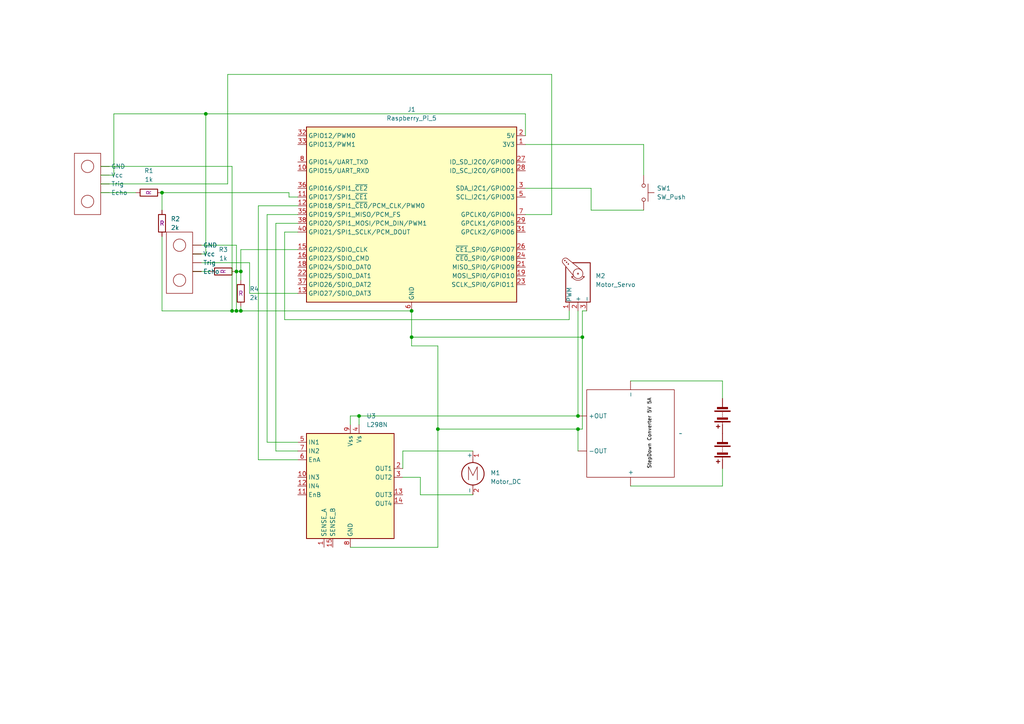
<source format=kicad_sch>
(kicad_sch
	(version 20250114)
	(generator "eeschema")
	(generator_version "9.0")
	(uuid "d9886754-8fe6-4694-bd56-15d049b3535c")
	(paper "A4")
	(lib_symbols
		(symbol "Connector:Raspberry_Pi_4"
			(exclude_from_sim no)
			(in_bom yes)
			(on_board yes)
			(property "Reference" "J"
				(at -17.526 48.768 0)
				(effects
					(font
						(size 1.27 1.27)
					)
					(justify left bottom)
				)
			)
			(property "Value" "Raspberry_Pi_4"
				(at 15.748 -26.416 0)
				(effects
					(font
						(size 1.27 1.27)
					)
					(justify left top)
				)
			)
			(property "Footprint" ""
				(at 70.104 -47.498 0)
				(effects
					(font
						(size 1.27 1.27)
					)
					(justify left)
					(hide yes)
				)
			)
			(property "Datasheet" "https://datasheets.raspberrypi.com/rpi4/raspberry-pi-4-datasheet.pdf"
				(at 15.748 -32.258 0)
				(effects
					(font
						(size 1.27 1.27)
					)
					(justify left)
					(hide yes)
				)
			)
			(property "Description" "Raspberry Pi 4 Model B"
				(at 15.748 -29.718 0)
				(effects
					(font
						(size 1.27 1.27)
					)
					(justify left)
					(hide yes)
				)
			)
			(property "ki_keywords" "SBC RPi"
				(at 0 0 0)
				(effects
					(font
						(size 1.27 1.27)
					)
					(hide yes)
				)
			)
			(property "ki_fp_filters" "PinHeader*2x20*P2.54mm*Vertical* PinSocket*2x20*P2.54mm*Vertical*"
				(at 0 0 0)
				(effects
					(font
						(size 1.27 1.27)
					)
					(hide yes)
				)
			)
			(symbol "Raspberry_Pi_4_0_1"
				(rectangle
					(start -30.48 25.4)
					(end 30.48 -25.4)
					(stroke
						(width 0.254)
						(type default)
					)
					(fill
						(type background)
					)
				)
			)
			(symbol "Raspberry_Pi_4_1_1"
				(pin bidirectional line
					(at -33.02 22.86 0)
					(length 2.54)
					(name "GPIO12/PWM0"
						(effects
							(font
								(size 1.27 1.27)
							)
						)
					)
					(number "32"
						(effects
							(font
								(size 1.27 1.27)
							)
						)
					)
				)
				(pin bidirectional line
					(at -33.02 20.32 0)
					(length 2.54)
					(name "GPIO13/PWM1"
						(effects
							(font
								(size 1.27 1.27)
							)
						)
					)
					(number "33"
						(effects
							(font
								(size 1.27 1.27)
							)
						)
					)
				)
				(pin bidirectional line
					(at -33.02 15.24 0)
					(length 2.54)
					(name "GPIO14/UART_TXD"
						(effects
							(font
								(size 1.27 1.27)
							)
						)
					)
					(number "8"
						(effects
							(font
								(size 1.27 1.27)
							)
						)
					)
				)
				(pin bidirectional line
					(at -33.02 12.7 0)
					(length 2.54)
					(name "GPIO15/UART_RXD"
						(effects
							(font
								(size 1.27 1.27)
							)
						)
					)
					(number "10"
						(effects
							(font
								(size 1.27 1.27)
							)
						)
					)
				)
				(pin bidirectional line
					(at -33.02 7.62 0)
					(length 2.54)
					(name "GPIO16/SPI1_~{CE2}"
						(effects
							(font
								(size 1.27 1.27)
							)
						)
					)
					(number "36"
						(effects
							(font
								(size 1.27 1.27)
							)
						)
					)
				)
				(pin bidirectional line
					(at -33.02 5.08 0)
					(length 2.54)
					(name "GPIO17/SPI1_~{CE1}"
						(effects
							(font
								(size 1.27 1.27)
							)
						)
					)
					(number "11"
						(effects
							(font
								(size 1.27 1.27)
							)
						)
					)
				)
				(pin bidirectional line
					(at -33.02 2.54 0)
					(length 2.54)
					(name "GPIO18/SPI1_~{CE0}/PCM_CLK/PWM0"
						(effects
							(font
								(size 1.27 1.27)
							)
						)
					)
					(number "12"
						(effects
							(font
								(size 1.27 1.27)
							)
						)
					)
				)
				(pin bidirectional line
					(at -33.02 0 0)
					(length 2.54)
					(name "GPIO19/SPI1_MISO/PCM_FS"
						(effects
							(font
								(size 1.27 1.27)
							)
						)
					)
					(number "35"
						(effects
							(font
								(size 1.27 1.27)
							)
						)
					)
				)
				(pin bidirectional line
					(at -33.02 -2.54 0)
					(length 2.54)
					(name "GPIO20/SPI1_MOSI/PCM_DIN/PWM1"
						(effects
							(font
								(size 1.27 1.27)
							)
						)
					)
					(number "38"
						(effects
							(font
								(size 1.27 1.27)
							)
						)
					)
				)
				(pin bidirectional line
					(at -33.02 -5.08 0)
					(length 2.54)
					(name "GPIO21/SPI1_SCLK/PCM_DOUT"
						(effects
							(font
								(size 1.27 1.27)
							)
						)
					)
					(number "40"
						(effects
							(font
								(size 1.27 1.27)
							)
						)
					)
				)
				(pin bidirectional line
					(at -33.02 -10.16 0)
					(length 2.54)
					(name "GPIO22/SDIO_CLK"
						(effects
							(font
								(size 1.27 1.27)
							)
						)
					)
					(number "15"
						(effects
							(font
								(size 1.27 1.27)
							)
						)
					)
				)
				(pin bidirectional line
					(at -33.02 -12.7 0)
					(length 2.54)
					(name "GPIO23/SDIO_CMD"
						(effects
							(font
								(size 1.27 1.27)
							)
						)
					)
					(number "16"
						(effects
							(font
								(size 1.27 1.27)
							)
						)
					)
				)
				(pin bidirectional line
					(at -33.02 -15.24 0)
					(length 2.54)
					(name "GPIO24/SDIO_DAT0"
						(effects
							(font
								(size 1.27 1.27)
							)
						)
					)
					(number "18"
						(effects
							(font
								(size 1.27 1.27)
							)
						)
					)
				)
				(pin bidirectional line
					(at -33.02 -17.78 0)
					(length 2.54)
					(name "GPIO25/SDIO_DAT1"
						(effects
							(font
								(size 1.27 1.27)
							)
						)
					)
					(number "22"
						(effects
							(font
								(size 1.27 1.27)
							)
						)
					)
				)
				(pin bidirectional line
					(at -33.02 -20.32 0)
					(length 2.54)
					(name "GPIO26/SDIO_DAT2"
						(effects
							(font
								(size 1.27 1.27)
							)
						)
					)
					(number "37"
						(effects
							(font
								(size 1.27 1.27)
							)
						)
					)
				)
				(pin bidirectional line
					(at -33.02 -22.86 0)
					(length 2.54)
					(name "GPIO27/SDIO_DAT3"
						(effects
							(font
								(size 1.27 1.27)
							)
						)
					)
					(number "13"
						(effects
							(font
								(size 1.27 1.27)
							)
						)
					)
				)
				(pin passive line
					(at 0 -27.94 90)
					(length 2.54)
					(hide yes)
					(name "GND"
						(effects
							(font
								(size 1.27 1.27)
							)
						)
					)
					(number "14"
						(effects
							(font
								(size 1.27 1.27)
							)
						)
					)
				)
				(pin passive line
					(at 0 -27.94 90)
					(length 2.54)
					(hide yes)
					(name "GND"
						(effects
							(font
								(size 1.27 1.27)
							)
						)
					)
					(number "20"
						(effects
							(font
								(size 1.27 1.27)
							)
						)
					)
				)
				(pin passive line
					(at 0 -27.94 90)
					(length 2.54)
					(hide yes)
					(name "GND"
						(effects
							(font
								(size 1.27 1.27)
							)
						)
					)
					(number "25"
						(effects
							(font
								(size 1.27 1.27)
							)
						)
					)
				)
				(pin passive line
					(at 0 -27.94 90)
					(length 2.54)
					(hide yes)
					(name "GND"
						(effects
							(font
								(size 1.27 1.27)
							)
						)
					)
					(number "30"
						(effects
							(font
								(size 1.27 1.27)
							)
						)
					)
				)
				(pin passive line
					(at 0 -27.94 90)
					(length 2.54)
					(hide yes)
					(name "GND"
						(effects
							(font
								(size 1.27 1.27)
							)
						)
					)
					(number "34"
						(effects
							(font
								(size 1.27 1.27)
							)
						)
					)
				)
				(pin passive line
					(at 0 -27.94 90)
					(length 2.54)
					(hide yes)
					(name "GND"
						(effects
							(font
								(size 1.27 1.27)
							)
						)
					)
					(number "39"
						(effects
							(font
								(size 1.27 1.27)
							)
						)
					)
				)
				(pin power_out line
					(at 0 -27.94 90)
					(length 2.54)
					(name "GND"
						(effects
							(font
								(size 1.27 1.27)
							)
						)
					)
					(number "6"
						(effects
							(font
								(size 1.27 1.27)
							)
						)
					)
				)
				(pin passive line
					(at 0 -27.94 90)
					(length 2.54)
					(hide yes)
					(name "GND"
						(effects
							(font
								(size 1.27 1.27)
							)
						)
					)
					(number "9"
						(effects
							(font
								(size 1.27 1.27)
							)
						)
					)
				)
				(pin power_out line
					(at 33.02 22.86 180)
					(length 2.54)
					(name "5V"
						(effects
							(font
								(size 1.27 1.27)
							)
						)
					)
					(number "2"
						(effects
							(font
								(size 1.27 1.27)
							)
						)
					)
				)
				(pin passive line
					(at 33.02 22.86 180)
					(length 2.54)
					(hide yes)
					(name "5V"
						(effects
							(font
								(size 1.27 1.27)
							)
						)
					)
					(number "4"
						(effects
							(font
								(size 1.27 1.27)
							)
						)
					)
				)
				(pin power_out line
					(at 33.02 20.32 180)
					(length 2.54)
					(name "3V3"
						(effects
							(font
								(size 1.27 1.27)
							)
						)
					)
					(number "1"
						(effects
							(font
								(size 1.27 1.27)
							)
						)
					)
				)
				(pin passive line
					(at 33.02 20.32 180)
					(length 2.54)
					(hide yes)
					(name "3V3"
						(effects
							(font
								(size 1.27 1.27)
							)
						)
					)
					(number "17"
						(effects
							(font
								(size 1.27 1.27)
							)
						)
					)
				)
				(pin bidirectional line
					(at 33.02 15.24 180)
					(length 2.54)
					(name "ID_SD_I2C0/GPIO00"
						(effects
							(font
								(size 1.27 1.27)
							)
						)
					)
					(number "27"
						(effects
							(font
								(size 1.27 1.27)
							)
						)
					)
				)
				(pin bidirectional line
					(at 33.02 12.7 180)
					(length 2.54)
					(name "ID_SC_I2C0/GPIO01"
						(effects
							(font
								(size 1.27 1.27)
							)
						)
					)
					(number "28"
						(effects
							(font
								(size 1.27 1.27)
							)
						)
					)
				)
				(pin bidirectional line
					(at 33.02 7.62 180)
					(length 2.54)
					(name "SDA_I2C1/GPIO02"
						(effects
							(font
								(size 1.27 1.27)
							)
						)
					)
					(number "3"
						(effects
							(font
								(size 1.27 1.27)
							)
						)
					)
				)
				(pin bidirectional line
					(at 33.02 5.08 180)
					(length 2.54)
					(name "SCL_I2C1/GPIO03"
						(effects
							(font
								(size 1.27 1.27)
							)
						)
					)
					(number "5"
						(effects
							(font
								(size 1.27 1.27)
							)
						)
					)
				)
				(pin bidirectional line
					(at 33.02 0 180)
					(length 2.54)
					(name "GPCLK0/GPIO04"
						(effects
							(font
								(size 1.27 1.27)
							)
						)
					)
					(number "7"
						(effects
							(font
								(size 1.27 1.27)
							)
						)
					)
				)
				(pin bidirectional line
					(at 33.02 -2.54 180)
					(length 2.54)
					(name "GPCLK1/GPIO05"
						(effects
							(font
								(size 1.27 1.27)
							)
						)
					)
					(number "29"
						(effects
							(font
								(size 1.27 1.27)
							)
						)
					)
				)
				(pin bidirectional line
					(at 33.02 -5.08 180)
					(length 2.54)
					(name "GPCLK2/GPIO06"
						(effects
							(font
								(size 1.27 1.27)
							)
						)
					)
					(number "31"
						(effects
							(font
								(size 1.27 1.27)
							)
						)
					)
				)
				(pin bidirectional line
					(at 33.02 -10.16 180)
					(length 2.54)
					(name "~{CE1}_SPI0/GPIO07"
						(effects
							(font
								(size 1.27 1.27)
							)
						)
					)
					(number "26"
						(effects
							(font
								(size 1.27 1.27)
							)
						)
					)
				)
				(pin bidirectional line
					(at 33.02 -12.7 180)
					(length 2.54)
					(name "~{CE0}_SPI0/GPIO08"
						(effects
							(font
								(size 1.27 1.27)
							)
						)
					)
					(number "24"
						(effects
							(font
								(size 1.27 1.27)
							)
						)
					)
				)
				(pin bidirectional line
					(at 33.02 -15.24 180)
					(length 2.54)
					(name "MISO_SPI0/GPIO09"
						(effects
							(font
								(size 1.27 1.27)
							)
						)
					)
					(number "21"
						(effects
							(font
								(size 1.27 1.27)
							)
						)
					)
				)
				(pin bidirectional line
					(at 33.02 -17.78 180)
					(length 2.54)
					(name "MOSI_SPI0/GPIO10"
						(effects
							(font
								(size 1.27 1.27)
							)
						)
					)
					(number "19"
						(effects
							(font
								(size 1.27 1.27)
							)
						)
					)
				)
				(pin bidirectional line
					(at 33.02 -20.32 180)
					(length 2.54)
					(name "SCLK_SPI0/GPIO11"
						(effects
							(font
								(size 1.27 1.27)
							)
						)
					)
					(number "23"
						(effects
							(font
								(size 1.27 1.27)
							)
						)
					)
				)
			)
			(embedded_fonts no)
		)
		(symbol "Device:Battery"
			(pin_numbers
				(hide yes)
			)
			(pin_names
				(offset 0)
				(hide yes)
			)
			(exclude_from_sim no)
			(in_bom yes)
			(on_board yes)
			(property "Reference" "BT"
				(at 2.54 2.54 0)
				(effects
					(font
						(size 1.27 1.27)
					)
					(justify left)
				)
			)
			(property "Value" "Battery"
				(at 2.54 0 0)
				(effects
					(font
						(size 1.27 1.27)
					)
					(justify left)
				)
			)
			(property "Footprint" ""
				(at 0 1.524 90)
				(effects
					(font
						(size 1.27 1.27)
					)
					(hide yes)
				)
			)
			(property "Datasheet" "~"
				(at 0 1.524 90)
				(effects
					(font
						(size 1.27 1.27)
					)
					(hide yes)
				)
			)
			(property "Description" "Multiple-cell battery"
				(at 0 0 0)
				(effects
					(font
						(size 1.27 1.27)
					)
					(hide yes)
				)
			)
			(property "ki_keywords" "batt voltage-source cell"
				(at 0 0 0)
				(effects
					(font
						(size 1.27 1.27)
					)
					(hide yes)
				)
			)
			(symbol "Battery_0_1"
				(rectangle
					(start -2.286 1.778)
					(end 2.286 1.524)
					(stroke
						(width 0)
						(type default)
					)
					(fill
						(type outline)
					)
				)
				(rectangle
					(start -2.286 -1.27)
					(end 2.286 -1.524)
					(stroke
						(width 0)
						(type default)
					)
					(fill
						(type outline)
					)
				)
				(rectangle
					(start -1.524 1.016)
					(end 1.524 0.508)
					(stroke
						(width 0)
						(type default)
					)
					(fill
						(type outline)
					)
				)
				(rectangle
					(start -1.524 -2.032)
					(end 1.524 -2.54)
					(stroke
						(width 0)
						(type default)
					)
					(fill
						(type outline)
					)
				)
				(polyline
					(pts
						(xy 0 1.778) (xy 0 2.54)
					)
					(stroke
						(width 0)
						(type default)
					)
					(fill
						(type none)
					)
				)
				(polyline
					(pts
						(xy 0 0) (xy 0 0.254)
					)
					(stroke
						(width 0)
						(type default)
					)
					(fill
						(type none)
					)
				)
				(polyline
					(pts
						(xy 0 -0.508) (xy 0 -0.254)
					)
					(stroke
						(width 0)
						(type default)
					)
					(fill
						(type none)
					)
				)
				(polyline
					(pts
						(xy 0 -1.016) (xy 0 -0.762)
					)
					(stroke
						(width 0)
						(type default)
					)
					(fill
						(type none)
					)
				)
				(polyline
					(pts
						(xy 0.762 3.048) (xy 1.778 3.048)
					)
					(stroke
						(width 0.254)
						(type default)
					)
					(fill
						(type none)
					)
				)
				(polyline
					(pts
						(xy 1.27 3.556) (xy 1.27 2.54)
					)
					(stroke
						(width 0.254)
						(type default)
					)
					(fill
						(type none)
					)
				)
			)
			(symbol "Battery_1_1"
				(pin passive line
					(at 0 5.08 270)
					(length 2.54)
					(name "+"
						(effects
							(font
								(size 1.27 1.27)
							)
						)
					)
					(number "1"
						(effects
							(font
								(size 1.27 1.27)
							)
						)
					)
				)
				(pin passive line
					(at 0 -5.08 90)
					(length 2.54)
					(name "-"
						(effects
							(font
								(size 1.27 1.27)
							)
						)
					)
					(number "2"
						(effects
							(font
								(size 1.27 1.27)
							)
						)
					)
				)
			)
			(embedded_fonts no)
		)
		(symbol "Device:R"
			(pin_numbers
				(hide yes)
			)
			(pin_names
				(offset 0)
			)
			(exclude_from_sim no)
			(in_bom yes)
			(on_board yes)
			(property "Reference" "R"
				(at 2.032 0 90)
				(effects
					(font
						(size 1.27 1.27)
					)
				)
			)
			(property "Value" "R"
				(at 0 0 90)
				(effects
					(font
						(size 1.27 1.27)
					)
				)
			)
			(property "Footprint" ""
				(at -1.778 0 90)
				(effects
					(font
						(size 1.27 1.27)
					)
					(hide yes)
				)
			)
			(property "Datasheet" "~"
				(at 0 0 0)
				(effects
					(font
						(size 1.27 1.27)
					)
					(hide yes)
				)
			)
			(property "Description" "Resistor"
				(at 0 0 0)
				(effects
					(font
						(size 1.27 1.27)
					)
					(hide yes)
				)
			)
			(property "ki_keywords" "R res resistor"
				(at 0 0 0)
				(effects
					(font
						(size 1.27 1.27)
					)
					(hide yes)
				)
			)
			(property "ki_fp_filters" "R_*"
				(at 0 0 0)
				(effects
					(font
						(size 1.27 1.27)
					)
					(hide yes)
				)
			)
			(symbol "R_0_1"
				(rectangle
					(start -1.016 -2.54)
					(end 1.016 2.54)
					(stroke
						(width 0.254)
						(type default)
					)
					(fill
						(type none)
					)
				)
			)
			(symbol "R_1_1"
				(pin passive line
					(at 0 3.81 270)
					(length 1.27)
					(name "~"
						(effects
							(font
								(size 1.27 1.27)
							)
						)
					)
					(number "1"
						(effects
							(font
								(size 1.27 1.27)
							)
						)
					)
				)
				(pin passive line
					(at 0 -3.81 90)
					(length 1.27)
					(name "~"
						(effects
							(font
								(size 1.27 1.27)
							)
						)
					)
					(number "2"
						(effects
							(font
								(size 1.27 1.27)
							)
						)
					)
				)
			)
			(embedded_fonts no)
		)
		(symbol "Driver_Motor:L298N"
			(exclude_from_sim no)
			(in_bom yes)
			(on_board yes)
			(property "Reference" "U"
				(at -10.16 16.51 0)
				(effects
					(font
						(size 1.27 1.27)
					)
					(justify right)
				)
			)
			(property "Value" "L298N"
				(at 12.7 16.51 0)
				(effects
					(font
						(size 1.27 1.27)
					)
					(justify right)
				)
			)
			(property "Footprint" "Package_TO_SOT_THT:TO-220-15_P2.54x5.08mm_StaggerOdd_Lead4.58mm_Vertical"
				(at 1.27 -16.51 0)
				(effects
					(font
						(size 1.27 1.27)
					)
					(justify left)
					(hide yes)
				)
			)
			(property "Datasheet" "http://www.st.com/st-web-ui/static/active/en/resource/technical/document/datasheet/CD00000240.pdf"
				(at 3.81 6.35 0)
				(effects
					(font
						(size 1.27 1.27)
					)
					(hide yes)
				)
			)
			(property "Description" "Dual full bridge motor driver, up to 46V, 4A, Multiwatt15-V"
				(at 0 0 0)
				(effects
					(font
						(size 1.27 1.27)
					)
					(hide yes)
				)
			)
			(property "ki_keywords" "H-bridge motor driver"
				(at 0 0 0)
				(effects
					(font
						(size 1.27 1.27)
					)
					(hide yes)
				)
			)
			(property "ki_fp_filters" "TO?220*StaggerOdd*Vertical*"
				(at 0 0 0)
				(effects
					(font
						(size 1.27 1.27)
					)
					(hide yes)
				)
			)
			(symbol "L298N_0_1"
				(rectangle
					(start -12.7 15.24)
					(end 12.7 -15.24)
					(stroke
						(width 0.254)
						(type default)
					)
					(fill
						(type background)
					)
				)
			)
			(symbol "L298N_1_1"
				(pin input line
					(at -15.24 12.7 0)
					(length 2.54)
					(name "IN1"
						(effects
							(font
								(size 1.27 1.27)
							)
						)
					)
					(number "5"
						(effects
							(font
								(size 1.27 1.27)
							)
						)
					)
				)
				(pin input line
					(at -15.24 10.16 0)
					(length 2.54)
					(name "IN2"
						(effects
							(font
								(size 1.27 1.27)
							)
						)
					)
					(number "7"
						(effects
							(font
								(size 1.27 1.27)
							)
						)
					)
				)
				(pin input line
					(at -15.24 7.62 0)
					(length 2.54)
					(name "EnA"
						(effects
							(font
								(size 1.27 1.27)
							)
						)
					)
					(number "6"
						(effects
							(font
								(size 1.27 1.27)
							)
						)
					)
				)
				(pin input line
					(at -15.24 2.54 0)
					(length 2.54)
					(name "IN3"
						(effects
							(font
								(size 1.27 1.27)
							)
						)
					)
					(number "10"
						(effects
							(font
								(size 1.27 1.27)
							)
						)
					)
				)
				(pin input line
					(at -15.24 0 0)
					(length 2.54)
					(name "IN4"
						(effects
							(font
								(size 1.27 1.27)
							)
						)
					)
					(number "12"
						(effects
							(font
								(size 1.27 1.27)
							)
						)
					)
				)
				(pin input line
					(at -15.24 -2.54 0)
					(length 2.54)
					(name "EnB"
						(effects
							(font
								(size 1.27 1.27)
							)
						)
					)
					(number "11"
						(effects
							(font
								(size 1.27 1.27)
							)
						)
					)
				)
				(pin input line
					(at -7.62 -17.78 90)
					(length 2.54)
					(name "SENSE_A"
						(effects
							(font
								(size 1.27 1.27)
							)
						)
					)
					(number "1"
						(effects
							(font
								(size 1.27 1.27)
							)
						)
					)
				)
				(pin input line
					(at -5.08 -17.78 90)
					(length 2.54)
					(name "SENSE_B"
						(effects
							(font
								(size 1.27 1.27)
							)
						)
					)
					(number "15"
						(effects
							(font
								(size 1.27 1.27)
							)
						)
					)
				)
				(pin power_in line
					(at 0 17.78 270)
					(length 2.54)
					(name "Vss"
						(effects
							(font
								(size 1.27 1.27)
							)
						)
					)
					(number "9"
						(effects
							(font
								(size 1.27 1.27)
							)
						)
					)
				)
				(pin power_in line
					(at 0 -17.78 90)
					(length 2.54)
					(name "GND"
						(effects
							(font
								(size 1.27 1.27)
							)
						)
					)
					(number "8"
						(effects
							(font
								(size 1.27 1.27)
							)
						)
					)
				)
				(pin power_in line
					(at 2.54 17.78 270)
					(length 2.54)
					(name "Vs"
						(effects
							(font
								(size 1.27 1.27)
							)
						)
					)
					(number "4"
						(effects
							(font
								(size 1.27 1.27)
							)
						)
					)
				)
				(pin output line
					(at 15.24 5.08 180)
					(length 2.54)
					(name "OUT1"
						(effects
							(font
								(size 1.27 1.27)
							)
						)
					)
					(number "2"
						(effects
							(font
								(size 1.27 1.27)
							)
						)
					)
				)
				(pin output line
					(at 15.24 2.54 180)
					(length 2.54)
					(name "OUT2"
						(effects
							(font
								(size 1.27 1.27)
							)
						)
					)
					(number "3"
						(effects
							(font
								(size 1.27 1.27)
							)
						)
					)
				)
				(pin output line
					(at 15.24 -2.54 180)
					(length 2.54)
					(name "OUT3"
						(effects
							(font
								(size 1.27 1.27)
							)
						)
					)
					(number "13"
						(effects
							(font
								(size 1.27 1.27)
							)
						)
					)
				)
				(pin output line
					(at 15.24 -5.08 180)
					(length 2.54)
					(name "OUT4"
						(effects
							(font
								(size 1.27 1.27)
							)
						)
					)
					(number "14"
						(effects
							(font
								(size 1.27 1.27)
							)
						)
					)
				)
			)
			(embedded_fonts no)
		)
		(symbol "Motor:Motor_DC"
			(pin_names
				(offset 0)
			)
			(exclude_from_sim no)
			(in_bom yes)
			(on_board yes)
			(property "Reference" "M"
				(at 2.54 2.54 0)
				(effects
					(font
						(size 1.27 1.27)
					)
					(justify left)
				)
			)
			(property "Value" "Motor_DC"
				(at 2.54 -5.08 0)
				(effects
					(font
						(size 1.27 1.27)
					)
					(justify left top)
				)
			)
			(property "Footprint" ""
				(at 0 -2.286 0)
				(effects
					(font
						(size 1.27 1.27)
					)
					(hide yes)
				)
			)
			(property "Datasheet" "~"
				(at 0 -2.286 0)
				(effects
					(font
						(size 1.27 1.27)
					)
					(hide yes)
				)
			)
			(property "Description" "DC Motor"
				(at 0 0 0)
				(effects
					(font
						(size 1.27 1.27)
					)
					(hide yes)
				)
			)
			(property "ki_keywords" "DC Motor"
				(at 0 0 0)
				(effects
					(font
						(size 1.27 1.27)
					)
					(hide yes)
				)
			)
			(property "ki_fp_filters" "PinHeader*P2.54mm* TerminalBlock*"
				(at 0 0 0)
				(effects
					(font
						(size 1.27 1.27)
					)
					(hide yes)
				)
			)
			(symbol "Motor_DC_0_0"
				(polyline
					(pts
						(xy -1.27 -3.302) (xy -1.27 0.508) (xy 0 -2.032) (xy 1.27 0.508) (xy 1.27 -3.302)
					)
					(stroke
						(width 0)
						(type default)
					)
					(fill
						(type none)
					)
				)
			)
			(symbol "Motor_DC_0_1"
				(polyline
					(pts
						(xy 0 2.032) (xy 0 2.54)
					)
					(stroke
						(width 0)
						(type default)
					)
					(fill
						(type none)
					)
				)
				(polyline
					(pts
						(xy 0 1.7272) (xy 0 2.0828)
					)
					(stroke
						(width 0)
						(type default)
					)
					(fill
						(type none)
					)
				)
				(circle
					(center 0 -1.524)
					(radius 3.2512)
					(stroke
						(width 0.254)
						(type default)
					)
					(fill
						(type none)
					)
				)
				(polyline
					(pts
						(xy 0 -4.7752) (xy 0 -5.1816)
					)
					(stroke
						(width 0)
						(type default)
					)
					(fill
						(type none)
					)
				)
				(polyline
					(pts
						(xy 0 -7.62) (xy 0 -7.112)
					)
					(stroke
						(width 0)
						(type default)
					)
					(fill
						(type none)
					)
				)
			)
			(symbol "Motor_DC_1_1"
				(pin passive line
					(at 0 5.08 270)
					(length 2.54)
					(name "+"
						(effects
							(font
								(size 1.27 1.27)
							)
						)
					)
					(number "1"
						(effects
							(font
								(size 1.27 1.27)
							)
						)
					)
				)
				(pin passive line
					(at 0 -7.62 90)
					(length 2.54)
					(name "-"
						(effects
							(font
								(size 1.27 1.27)
							)
						)
					)
					(number "2"
						(effects
							(font
								(size 1.27 1.27)
							)
						)
					)
				)
			)
			(embedded_fonts no)
		)
		(symbol "Motor:Motor_Servo"
			(pin_names
				(offset 0.0254)
			)
			(exclude_from_sim no)
			(in_bom yes)
			(on_board yes)
			(property "Reference" "M"
				(at -5.08 4.445 0)
				(effects
					(font
						(size 1.27 1.27)
					)
					(justify left)
				)
			)
			(property "Value" "Motor_Servo"
				(at -5.08 -4.064 0)
				(effects
					(font
						(size 1.27 1.27)
					)
					(justify left top)
				)
			)
			(property "Footprint" ""
				(at 0 -4.826 0)
				(effects
					(font
						(size 1.27 1.27)
					)
					(hide yes)
				)
			)
			(property "Datasheet" "http://forums.parallax.com/uploads/attachments/46831/74481.png"
				(at 0 -4.826 0)
				(effects
					(font
						(size 1.27 1.27)
					)
					(hide yes)
				)
			)
			(property "Description" "Servo Motor (Futaba, HiTec, JR connector)"
				(at 0 0 0)
				(effects
					(font
						(size 1.27 1.27)
					)
					(hide yes)
				)
			)
			(property "ki_keywords" "Servo Motor"
				(at 0 0 0)
				(effects
					(font
						(size 1.27 1.27)
					)
					(hide yes)
				)
			)
			(property "ki_fp_filters" "PinHeader*P2.54mm*"
				(at 0 0 0)
				(effects
					(font
						(size 1.27 1.27)
					)
					(hide yes)
				)
			)
			(symbol "Motor_Servo_0_1"
				(polyline
					(pts
						(xy 2.413 1.778) (xy 1.905 1.778)
					)
					(stroke
						(width 0)
						(type default)
					)
					(fill
						(type none)
					)
				)
				(polyline
					(pts
						(xy 2.413 1.778) (xy 2.286 1.397)
					)
					(stroke
						(width 0)
						(type default)
					)
					(fill
						(type none)
					)
				)
				(polyline
					(pts
						(xy 2.413 -1.778) (xy 2.032 -1.778)
					)
					(stroke
						(width 0)
						(type default)
					)
					(fill
						(type none)
					)
				)
				(polyline
					(pts
						(xy 2.413 -1.778) (xy 2.286 -1.397)
					)
					(stroke
						(width 0)
						(type default)
					)
					(fill
						(type none)
					)
				)
				(arc
					(start 2.413 -1.778)
					(mid 1.2406 0)
					(end 2.413 1.778)
					(stroke
						(width 0)
						(type default)
					)
					(fill
						(type none)
					)
				)
				(circle
					(center 3.175 0)
					(radius 0.1778)
					(stroke
						(width 0)
						(type default)
					)
					(fill
						(type none)
					)
				)
				(circle
					(center 3.175 0)
					(radius 1.4224)
					(stroke
						(width 0)
						(type default)
					)
					(fill
						(type none)
					)
				)
				(polyline
					(pts
						(xy 5.08 3.556) (xy -5.08 3.556) (xy -5.08 -3.556) (xy 6.35 -3.556) (xy 6.35 1.524)
					)
					(stroke
						(width 0.254)
						(type default)
					)
					(fill
						(type none)
					)
				)
				(circle
					(center 5.969 2.794)
					(radius 0.127)
					(stroke
						(width 0)
						(type default)
					)
					(fill
						(type none)
					)
				)
				(polyline
					(pts
						(xy 6.35 4.445) (xy 2.54 1.27)
					)
					(stroke
						(width 0)
						(type default)
					)
					(fill
						(type none)
					)
				)
				(circle
					(center 6.477 3.302)
					(radius 0.127)
					(stroke
						(width 0)
						(type default)
					)
					(fill
						(type none)
					)
				)
				(arc
					(start 6.35 4.445)
					(mid 7.4487 4.2737)
					(end 7.62 3.175)
					(stroke
						(width 0)
						(type default)
					)
					(fill
						(type none)
					)
				)
				(circle
					(center 6.985 3.81)
					(radius 0.127)
					(stroke
						(width 0)
						(type default)
					)
					(fill
						(type none)
					)
				)
				(polyline
					(pts
						(xy 7.62 3.175) (xy 4.191 -1.016)
					)
					(stroke
						(width 0)
						(type default)
					)
					(fill
						(type none)
					)
				)
			)
			(symbol "Motor_Servo_1_1"
				(pin passive line
					(at -7.62 2.54 0)
					(length 2.54)
					(name "PWM"
						(effects
							(font
								(size 1.27 1.27)
							)
						)
					)
					(number "1"
						(effects
							(font
								(size 1.27 1.27)
							)
						)
					)
				)
				(pin passive line
					(at -7.62 0 0)
					(length 2.54)
					(name "+"
						(effects
							(font
								(size 1.27 1.27)
							)
						)
					)
					(number "2"
						(effects
							(font
								(size 1.27 1.27)
							)
						)
					)
				)
				(pin passive line
					(at -7.62 -2.54 0)
					(length 2.54)
					(name "-"
						(effects
							(font
								(size 1.27 1.27)
							)
						)
					)
					(number "3"
						(effects
							(font
								(size 1.27 1.27)
							)
						)
					)
				)
			)
			(embedded_fonts no)
		)
		(symbol "New_Library:StepDown_5V_5A"
			(exclude_from_sim no)
			(in_bom yes)
			(on_board yes)
			(property "Reference" "U4"
				(at 0 0 0)
				(effects
					(font
						(size 1.27 1.27)
					)
					(hide yes)
				)
			)
			(property "Value" "~"
				(at 13.97 0.0001 0)
				(effects
					(font
						(size 1.27 1.27)
					)
					(justify left)
				)
			)
			(property "Footprint" ""
				(at 0 0 0)
				(effects
					(font
						(size 1.27 1.27)
					)
					(hide yes)
				)
			)
			(property "Datasheet" ""
				(at 0 0 0)
				(effects
					(font
						(size 1.27 1.27)
					)
					(hide yes)
				)
			)
			(property "Description" ""
				(at 0 0 0)
				(effects
					(font
						(size 1.27 1.27)
					)
					(hide yes)
				)
			)
			(symbol "StepDown_5V_5A_0_1"
				(rectangle
					(start -12.7 12.7)
					(end 12.7 -12.7)
					(stroke
						(width 0)
						(type default)
					)
					(fill
						(type none)
					)
				)
			)
			(symbol "StepDown_5V_5A_1_1"
				(pin power_in line
					(at -15.24 5.08 0)
					(length 2.54)
					(name "+OUT"
						(effects
							(font
								(size 1.27 1.27)
							)
						)
					)
					(number ""
						(effects
							(font
								(size 1.27 1.27)
							)
						)
					)
				)
				(pin power_in line
					(at -15.24 -5.08 0)
					(length 2.54)
					(name "-OUT"
						(effects
							(font
								(size 1.27 1.27)
							)
						)
					)
					(number ""
						(effects
							(font
								(size 1.27 1.27)
							)
						)
					)
				)
				(pin power_in line
					(at 0 15.24 270)
					(length 2.54)
					(name "-"
						(effects
							(font
								(size 1.27 1.27)
							)
						)
					)
					(number ""
						(effects
							(font
								(size 1.27 1.27)
							)
						)
					)
				)
				(pin power_in line
					(at 0 -15.24 90)
					(length 2.54)
					(name "+"
						(effects
							(font
								(size 1.27 1.27)
							)
						)
					)
					(number ""
						(effects
							(font
								(size 1.27 1.27)
							)
						)
					)
				)
			)
			(embedded_fonts no)
		)
		(symbol "New_Library:UltraSonic"
			(exclude_from_sim no)
			(in_bom yes)
			(on_board yes)
			(property "Reference" "U"
				(at -7.62 20.955 0)
				(effects
					(font
						(size 1.27 1.27)
					)
					(justify left)
					(hide yes)
				)
			)
			(property "Value" "UltraSonic"
				(at -7.62 19.05 0)
				(effects
					(font
						(size 1.27 1.27)
					)
					(justify left)
					(hide yes)
				)
			)
			(property "Footprint" "Package_DFN_QFN:Infineon_PQFN-44-31-5EP_7x7mm_P0.5mm"
				(at 0 0 0)
				(effects
					(font
						(size 1.27 1.27)
						(italic yes)
					)
					(hide yes)
				)
			)
			(property "Datasheet" "https://www.infineon.com/dgdl/ir4302.pdf?fileId=5546d462533600a4015355d602a9181d"
				(at 0 0 0)
				(effects
					(font
						(size 1.27 1.27)
					)
					(hide yes)
				)
			)
			(property "Description" "PowIRaudio 2 Channel Integrated Analog Input Class D Audio Amplifier, 130W/4ohm, 80V, PQFN-44"
				(at 0 0 0)
				(effects
					(font
						(size 1.27 1.27)
					)
					(hide yes)
				)
			)
			(property "ki_locked" ""
				(at 0 0 0)
				(effects
					(font
						(size 1.27 1.27)
					)
				)
			)
			(property "ki_keywords" "integrated class d amplifier 2ch"
				(at 0 0 0)
				(effects
					(font
						(size 1.27 1.27)
					)
					(hide yes)
				)
			)
			(property "ki_fp_filters" "Infineon*PQFN*5EP*7x7mm*P0.5mm*"
				(at 0 0 0)
				(effects
					(font
						(size 1.27 1.27)
					)
					(hide yes)
				)
			)
			(symbol "UltraSonic_1_1"
				(rectangle
					(start -8.89 10.16)
					(end 8.89 2.54)
					(stroke
						(width 0)
						(type default)
					)
					(fill
						(type none)
					)
				)
				(circle
					(center -5.08 6.35)
					(radius 1.7961)
					(stroke
						(width 0)
						(type default)
					)
					(fill
						(type none)
					)
				)
				(circle
					(center 5.08 6.35)
					(radius 1.7961)
					(stroke
						(width 0)
						(type default)
					)
					(fill
						(type none)
					)
				)
				(pin unspecified line
					(at -2.54 2.54 270)
					(length 2.54)
					(name "Echo"
						(effects
							(font
								(size 1.27 1.27)
							)
						)
					)
					(number ""
						(effects
							(font
								(size 1.27 1.27)
							)
						)
					)
				)
				(pin input line
					(at 0 2.54 270)
					(length 2.54)
					(name "Trig"
						(effects
							(font
								(size 1.27 1.27)
							)
						)
					)
					(number ""
						(effects
							(font
								(size 1.27 1.27)
							)
						)
					)
				)
				(pin power_in line
					(at 2.54 2.54 270)
					(length 2.54)
					(name "Vcc"
						(effects
							(font
								(size 1.27 1.27)
							)
						)
					)
					(number ""
						(effects
							(font
								(size 1.27 1.27)
							)
						)
					)
				)
				(pin power_in line
					(at 5.08 2.54 270)
					(length 2.54)
					(name "GND"
						(effects
							(font
								(size 1.27 1.27)
							)
						)
					)
					(number ""
						(effects
							(font
								(size 1.27 1.27)
							)
						)
					)
				)
			)
			(symbol "UltraSonic_2_1"
				(pin input line
					(at -10.16 12.7 0)
					(length 2.54)
					(name "IN+2"
						(effects
							(font
								(size 1.27 1.27)
							)
						)
					)
					(number "4"
						(effects
							(font
								(size 1.27 1.27)
							)
						)
					)
				)
				(pin input line
					(at -10.16 10.16 0)
					(length 2.54)
					(name "IN-2"
						(effects
							(font
								(size 1.27 1.27)
							)
						)
					)
					(number "3"
						(effects
							(font
								(size 1.27 1.27)
							)
						)
					)
				)
				(pin output line
					(at -10.16 7.62 0)
					(length 2.54)
					(name "COMP2"
						(effects
							(font
								(size 1.27 1.27)
							)
						)
					)
					(number "2"
						(effects
							(font
								(size 1.27 1.27)
							)
						)
					)
				)
				(pin power_in line
					(at 5.08 20.32 270)
					(length 2.54)
					(name "VP2"
						(effects
							(font
								(size 1.27 1.27)
							)
						)
					)
					(number "24"
						(effects
							(font
								(size 1.27 1.27)
							)
						)
					)
				)
				(pin power_in line
					(at 5.08 -17.78 90)
					(length 2.54)
					(name "VN2"
						(effects
							(font
								(size 1.27 1.27)
							)
						)
					)
					(number "22"
						(effects
							(font
								(size 1.27 1.27)
							)
						)
					)
				)
				(pin passive line
					(at 10.16 10.16 180)
					(length 2.54)
					(name "CSH2"
						(effects
							(font
								(size 1.27 1.27)
							)
						)
					)
					(number "27"
						(effects
							(font
								(size 1.27 1.27)
							)
						)
					)
				)
				(pin power_in line
					(at 10.16 7.62 180)
					(length 2.54)
					(name "VB2"
						(effects
							(font
								(size 1.27 1.27)
							)
						)
					)
					(number "26"
						(effects
							(font
								(size 1.27 1.27)
							)
						)
					)
				)
				(pin output line
					(at 10.16 0 180)
					(length 2.54)
					(name "VS2"
						(effects
							(font
								(size 1.27 1.27)
							)
						)
					)
					(number "23"
						(effects
							(font
								(size 1.27 1.27)
							)
						)
					)
				)
				(pin passive line
					(at 10.16 0 180)
					(length 2.54)
					(hide yes)
					(name "VS2"
						(effects
							(font
								(size 1.27 1.27)
							)
						)
					)
					(number "25"
						(effects
							(font
								(size 1.27 1.27)
							)
						)
					)
				)
			)
			(embedded_fonts no)
		)
		(symbol "Switch:SW_Push"
			(pin_numbers
				(hide yes)
			)
			(pin_names
				(offset 1.016)
				(hide yes)
			)
			(exclude_from_sim no)
			(in_bom yes)
			(on_board yes)
			(property "Reference" "SW"
				(at 1.27 2.54 0)
				(effects
					(font
						(size 1.27 1.27)
					)
					(justify left)
				)
			)
			(property "Value" "SW_Push"
				(at 0 -1.524 0)
				(effects
					(font
						(size 1.27 1.27)
					)
				)
			)
			(property "Footprint" ""
				(at 0 5.08 0)
				(effects
					(font
						(size 1.27 1.27)
					)
					(hide yes)
				)
			)
			(property "Datasheet" "~"
				(at 0 5.08 0)
				(effects
					(font
						(size 1.27 1.27)
					)
					(hide yes)
				)
			)
			(property "Description" "Push button switch, generic, two pins"
				(at 0 0 0)
				(effects
					(font
						(size 1.27 1.27)
					)
					(hide yes)
				)
			)
			(property "ki_keywords" "switch normally-open pushbutton push-button"
				(at 0 0 0)
				(effects
					(font
						(size 1.27 1.27)
					)
					(hide yes)
				)
			)
			(symbol "SW_Push_0_1"
				(circle
					(center -2.032 0)
					(radius 0.508)
					(stroke
						(width 0)
						(type default)
					)
					(fill
						(type none)
					)
				)
				(polyline
					(pts
						(xy 0 1.27) (xy 0 3.048)
					)
					(stroke
						(width 0)
						(type default)
					)
					(fill
						(type none)
					)
				)
				(circle
					(center 2.032 0)
					(radius 0.508)
					(stroke
						(width 0)
						(type default)
					)
					(fill
						(type none)
					)
				)
				(polyline
					(pts
						(xy 2.54 1.27) (xy -2.54 1.27)
					)
					(stroke
						(width 0)
						(type default)
					)
					(fill
						(type none)
					)
				)
				(pin passive line
					(at -5.08 0 0)
					(length 2.54)
					(name "1"
						(effects
							(font
								(size 1.27 1.27)
							)
						)
					)
					(number "1"
						(effects
							(font
								(size 1.27 1.27)
							)
						)
					)
				)
				(pin passive line
					(at 5.08 0 180)
					(length 2.54)
					(name "2"
						(effects
							(font
								(size 1.27 1.27)
							)
						)
					)
					(number "2"
						(effects
							(font
								(size 1.27 1.27)
							)
						)
					)
				)
			)
			(embedded_fonts no)
		)
		(symbol "UltraSonic_1"
			(exclude_from_sim no)
			(in_bom yes)
			(on_board yes)
			(property "Reference" "U"
				(at -7.62 20.955 0)
				(effects
					(font
						(size 1.27 1.27)
					)
					(justify left)
					(hide yes)
				)
			)
			(property "Value" "UltraSonic"
				(at -7.62 19.05 0)
				(effects
					(font
						(size 1.27 1.27)
					)
					(justify left)
					(hide yes)
				)
			)
			(property "Footprint" "Package_DFN_QFN:Infineon_PQFN-44-31-5EP_7x7mm_P0.5mm"
				(at 0 0 0)
				(effects
					(font
						(size 1.27 1.27)
						(italic yes)
					)
					(hide yes)
				)
			)
			(property "Datasheet" "https://www.infineon.com/dgdl/ir4302.pdf?fileId=5546d462533600a4015355d602a9181d"
				(at 0 0 0)
				(effects
					(font
						(size 1.27 1.27)
					)
					(hide yes)
				)
			)
			(property "Description" "PowIRaudio 2 Channel Integrated Analog Input Class D Audio Amplifier, 130W/4ohm, 80V, PQFN-44"
				(at 0 0 0)
				(effects
					(font
						(size 1.27 1.27)
					)
					(hide yes)
				)
			)
			(property "ki_locked" ""
				(at 0 0 0)
				(effects
					(font
						(size 1.27 1.27)
					)
				)
			)
			(property "ki_keywords" "integrated class d amplifier 2ch"
				(at 0 0 0)
				(effects
					(font
						(size 1.27 1.27)
					)
					(hide yes)
				)
			)
			(property "ki_fp_filters" "Infineon*PQFN*5EP*7x7mm*P0.5mm*"
				(at 0 0 0)
				(effects
					(font
						(size 1.27 1.27)
					)
					(hide yes)
				)
			)
			(symbol "UltraSonic_1_1_1"
				(rectangle
					(start -8.89 10.16)
					(end 8.89 2.54)
					(stroke
						(width 0)
						(type default)
					)
					(fill
						(type none)
					)
				)
				(circle
					(center -5.08 6.35)
					(radius 1.7961)
					(stroke
						(width 0)
						(type default)
					)
					(fill
						(type none)
					)
				)
				(circle
					(center 5.08 6.35)
					(radius 1.7961)
					(stroke
						(width 0)
						(type default)
					)
					(fill
						(type none)
					)
				)
				(pin unspecified line
					(at -2.54 2.54 270)
					(length 2.54)
					(name "Echo"
						(effects
							(font
								(size 1.27 1.27)
							)
						)
					)
					(number ""
						(effects
							(font
								(size 1.27 1.27)
							)
						)
					)
				)
				(pin input line
					(at 0 2.54 270)
					(length 2.54)
					(name "Trig"
						(effects
							(font
								(size 1.27 1.27)
							)
						)
					)
					(number ""
						(effects
							(font
								(size 1.27 1.27)
							)
						)
					)
				)
				(pin power_in line
					(at 2.54 2.54 270)
					(length 2.54)
					(name "Vcc"
						(effects
							(font
								(size 1.27 1.27)
							)
						)
					)
					(number ""
						(effects
							(font
								(size 1.27 1.27)
							)
						)
					)
				)
				(pin power_in line
					(at 5.08 2.54 270)
					(length 2.54)
					(name "GND"
						(effects
							(font
								(size 1.27 1.27)
							)
						)
					)
					(number ""
						(effects
							(font
								(size 1.27 1.27)
							)
						)
					)
				)
			)
			(symbol "UltraSonic_1_2_1"
				(pin input line
					(at -10.16 12.7 0)
					(length 2.54)
					(name "IN+2"
						(effects
							(font
								(size 1.27 1.27)
							)
						)
					)
					(number "4"
						(effects
							(font
								(size 1.27 1.27)
							)
						)
					)
				)
				(pin input line
					(at -10.16 10.16 0)
					(length 2.54)
					(name "IN-2"
						(effects
							(font
								(size 1.27 1.27)
							)
						)
					)
					(number "3"
						(effects
							(font
								(size 1.27 1.27)
							)
						)
					)
				)
				(pin output line
					(at -10.16 7.62 0)
					(length 2.54)
					(name "COMP2"
						(effects
							(font
								(size 1.27 1.27)
							)
						)
					)
					(number "2"
						(effects
							(font
								(size 1.27 1.27)
							)
						)
					)
				)
				(pin power_in line
					(at 5.08 20.32 270)
					(length 2.54)
					(name "VP2"
						(effects
							(font
								(size 1.27 1.27)
							)
						)
					)
					(number "24"
						(effects
							(font
								(size 1.27 1.27)
							)
						)
					)
				)
				(pin power_in line
					(at 5.08 -17.78 90)
					(length 2.54)
					(name "VN2"
						(effects
							(font
								(size 1.27 1.27)
							)
						)
					)
					(number "22"
						(effects
							(font
								(size 1.27 1.27)
							)
						)
					)
				)
				(pin passive line
					(at 10.16 10.16 180)
					(length 2.54)
					(name "CSH2"
						(effects
							(font
								(size 1.27 1.27)
							)
						)
					)
					(number "27"
						(effects
							(font
								(size 1.27 1.27)
							)
						)
					)
				)
				(pin power_in line
					(at 10.16 7.62 180)
					(length 2.54)
					(name "VB2"
						(effects
							(font
								(size 1.27 1.27)
							)
						)
					)
					(number "26"
						(effects
							(font
								(size 1.27 1.27)
							)
						)
					)
				)
				(pin output line
					(at 10.16 0 180)
					(length 2.54)
					(name "VS2"
						(effects
							(font
								(size 1.27 1.27)
							)
						)
					)
					(number "23"
						(effects
							(font
								(size 1.27 1.27)
							)
						)
					)
				)
				(pin passive line
					(at 10.16 0 180)
					(length 2.54)
					(hide yes)
					(name "VS2"
						(effects
							(font
								(size 1.27 1.27)
							)
						)
					)
					(number "25"
						(effects
							(font
								(size 1.27 1.27)
							)
						)
					)
				)
			)
			(embedded_fonts no)
		)
	)
	(junction
		(at 67.31 90.17)
		(diameter 0)
		(color 0 0 0 0)
		(uuid "05357bb8-adb4-45b7-bd06-2da26d9c8261")
	)
	(junction
		(at 168.91 97.79)
		(diameter 0)
		(color 0 0 0 0)
		(uuid "2241e52a-19fb-4f0c-8381-cb2585f30cfa")
	)
	(junction
		(at 167.64 124.46)
		(diameter 0)
		(color 0 0 0 0)
		(uuid "2eef374b-f1da-4058-aef7-6ee4dc1fb5a2")
	)
	(junction
		(at 167.64 120.65)
		(diameter 0)
		(color 0 0 0 0)
		(uuid "3078c9b2-8432-439c-afd4-9139fc487a71")
	)
	(junction
		(at 127 124.46)
		(diameter 0)
		(color 0 0 0 0)
		(uuid "434d3abe-4719-48d2-8a22-c0a0f3fb1bf2")
	)
	(junction
		(at 46.99 55.88)
		(diameter 0)
		(color 0 0 0 0)
		(uuid "46e1fe81-1554-4ac2-acc0-a46da724d4cb")
	)
	(junction
		(at 119.38 97.79)
		(diameter 0)
		(color 0 0 0 0)
		(uuid "59227636-e7d4-4c0d-8706-3b9e3f2f34db")
	)
	(junction
		(at 68.58 78.74)
		(diameter 0)
		(color 0 0 0 0)
		(uuid "7645de34-ccd9-4dc4-bcfb-9903fafddc3d")
	)
	(junction
		(at 104.14 120.65)
		(diameter 0)
		(color 0 0 0 0)
		(uuid "7ac0c4e1-c1a2-4b85-a27d-6055fbdaa233")
	)
	(junction
		(at 119.38 90.17)
		(diameter 0)
		(color 0 0 0 0)
		(uuid "8bf93785-c768-45ce-bcc9-56ca96da6de8")
	)
	(junction
		(at 69.85 78.74)
		(diameter 0)
		(color 0 0 0 0)
		(uuid "a8078dfa-95cf-4e0d-a589-08102028f9e9")
	)
	(junction
		(at 68.58 90.17)
		(diameter 0)
		(color 0 0 0 0)
		(uuid "afeaa6d2-a522-4313-a06b-0cd2d087938b")
	)
	(junction
		(at 69.85 90.17)
		(diameter 0)
		(color 0 0 0 0)
		(uuid "bdd2ed96-8167-4ed3-b486-44806e4c1edb")
	)
	(junction
		(at 59.69 33.02)
		(diameter 0)
		(color 0 0 0 0)
		(uuid "e40a15c6-9d99-44b7-9196-e7add6916819")
	)
	(wire
		(pts
			(xy 127 124.46) (xy 127 158.75)
		)
		(stroke
			(width 0)
			(type default)
		)
		(uuid "02918992-6e7c-4287-bfca-efbddfdac748")
	)
	(wire
		(pts
			(xy 46.99 55.88) (xy 83.82 55.88)
		)
		(stroke
			(width 0)
			(type default)
		)
		(uuid "031f2876-a783-436f-aa6b-657c0410a028")
	)
	(wire
		(pts
			(xy 186.69 41.91) (xy 152.4 41.91)
		)
		(stroke
			(width 0)
			(type default)
		)
		(uuid "05005bc2-7bee-4c43-9c42-d33748283a01")
	)
	(wire
		(pts
			(xy 77.47 128.27) (xy 77.47 62.23)
		)
		(stroke
			(width 0)
			(type default)
		)
		(uuid "0a1ca089-531d-425a-b27e-61231fc8ec88")
	)
	(wire
		(pts
			(xy 209.55 140.97) (xy 182.88 140.97)
		)
		(stroke
			(width 0)
			(type default)
		)
		(uuid "114bd4e6-946e-4ce7-a2dd-a4d4a607fb8b")
	)
	(wire
		(pts
			(xy 160.02 21.59) (xy 160.02 62.23)
		)
		(stroke
			(width 0)
			(type default)
		)
		(uuid "136ffa36-8702-48c0-b07b-b2e3f15d967b")
	)
	(wire
		(pts
			(xy 104.14 120.65) (xy 167.64 120.65)
		)
		(stroke
			(width 0)
			(type default)
		)
		(uuid "1409e5f1-63fd-4422-ac45-8c8a40d59501")
	)
	(wire
		(pts
			(xy 186.69 50.8) (xy 186.69 41.91)
		)
		(stroke
			(width 0)
			(type default)
		)
		(uuid "144dc215-443b-4fac-a869-dd91d4bec2a6")
	)
	(wire
		(pts
			(xy 69.85 88.9) (xy 69.85 90.17)
		)
		(stroke
			(width 0)
			(type default)
		)
		(uuid "172d0232-e738-4ec6-8a5a-3fe2e95d4b2c")
	)
	(wire
		(pts
			(xy 69.85 78.74) (xy 69.85 81.28)
		)
		(stroke
			(width 0)
			(type default)
		)
		(uuid "1ad63583-fd57-4b86-9d59-59a3fbd4b80c")
	)
	(wire
		(pts
			(xy 119.38 97.79) (xy 168.91 97.79)
		)
		(stroke
			(width 0)
			(type default)
		)
		(uuid "1d46b158-150d-462a-823c-cf53e771ddb1")
	)
	(wire
		(pts
			(xy 29.21 55.88) (xy 39.37 55.88)
		)
		(stroke
			(width 0)
			(type default)
		)
		(uuid "1d72fc1f-59c4-48a9-b513-2bd5d78698ae")
	)
	(wire
		(pts
			(xy 116.84 130.81) (xy 137.16 130.81)
		)
		(stroke
			(width 0)
			(type default)
		)
		(uuid "1d802acf-1a9b-4d76-aea5-174646cfae8a")
	)
	(wire
		(pts
			(xy 186.69 60.96) (xy 171.45 60.96)
		)
		(stroke
			(width 0)
			(type default)
		)
		(uuid "1e719d1f-bb43-4103-ba07-f12f5841bc11")
	)
	(wire
		(pts
			(xy 86.36 128.27) (xy 77.47 128.27)
		)
		(stroke
			(width 0)
			(type default)
		)
		(uuid "20613ddf-49ce-4f85-850c-8c78c6218fa2")
	)
	(wire
		(pts
			(xy 121.92 138.43) (xy 116.84 138.43)
		)
		(stroke
			(width 0)
			(type default)
		)
		(uuid "256955fb-f782-41dc-9635-4bae5d71ae44")
	)
	(wire
		(pts
			(xy 82.55 92.71) (xy 82.55 67.31)
		)
		(stroke
			(width 0)
			(type default)
		)
		(uuid "25866c21-a27c-4297-848f-31f4ba43f51c")
	)
	(wire
		(pts
			(xy 209.55 115.57) (xy 209.55 110.49)
		)
		(stroke
			(width 0)
			(type default)
		)
		(uuid "28f81355-c35c-4290-9f31-570cb51a333a")
	)
	(wire
		(pts
			(xy 72.39 85.09) (xy 86.36 85.09)
		)
		(stroke
			(width 0)
			(type default)
		)
		(uuid "29290878-1918-46f9-99ef-e7bbc4c6035c")
	)
	(wire
		(pts
			(xy 74.93 133.35) (xy 74.93 59.69)
		)
		(stroke
			(width 0)
			(type default)
		)
		(uuid "2a5529da-1ffe-4da1-a389-7e7d771c7a67")
	)
	(wire
		(pts
			(xy 33.02 33.02) (xy 59.69 33.02)
		)
		(stroke
			(width 0)
			(type default)
		)
		(uuid "2a9ef540-15b8-402a-aa54-14115f3c06d5")
	)
	(wire
		(pts
			(xy 66.04 53.34) (xy 66.04 21.59)
		)
		(stroke
			(width 0)
			(type default)
		)
		(uuid "2afa6078-6529-4ed7-9f2d-55620fa9d7fb")
	)
	(wire
		(pts
			(xy 121.92 143.51) (xy 121.92 138.43)
		)
		(stroke
			(width 0)
			(type default)
		)
		(uuid "334f418e-7240-4aac-9806-b60efe3e0ad6")
	)
	(wire
		(pts
			(xy 66.04 21.59) (xy 160.02 21.59)
		)
		(stroke
			(width 0)
			(type default)
		)
		(uuid "3495b8c8-e2e7-426b-b949-dfe537f5f55c")
	)
	(wire
		(pts
			(xy 72.39 76.2) (xy 72.39 85.09)
		)
		(stroke
			(width 0)
			(type default)
		)
		(uuid "3b5e589e-a71f-4d94-abec-da32d6e91cdf")
	)
	(wire
		(pts
			(xy 29.21 48.26) (xy 67.31 48.26)
		)
		(stroke
			(width 0)
			(type default)
		)
		(uuid "3c3ac6d3-b248-4f0e-a14b-e9583884deff")
	)
	(wire
		(pts
			(xy 33.02 50.8) (xy 33.02 33.02)
		)
		(stroke
			(width 0)
			(type default)
		)
		(uuid "3c573d44-cdf3-47b8-bd44-534805797ff1")
	)
	(wire
		(pts
			(xy 209.55 135.89) (xy 209.55 140.97)
		)
		(stroke
			(width 0)
			(type default)
		)
		(uuid "3ef311a9-8e82-44bc-9b43-8c89e16f92bb")
	)
	(wire
		(pts
			(xy 80.01 130.81) (xy 80.01 64.77)
		)
		(stroke
			(width 0)
			(type default)
		)
		(uuid "414c40e6-2d5e-4812-b50f-e5acaf3e48b8")
	)
	(wire
		(pts
			(xy 46.99 90.17) (xy 46.99 68.58)
		)
		(stroke
			(width 0)
			(type default)
		)
		(uuid "4d63e1ed-6763-4870-bd3d-3f83c59541dd")
	)
	(wire
		(pts
			(xy 101.6 158.75) (xy 127 158.75)
		)
		(stroke
			(width 0)
			(type default)
		)
		(uuid "518b5591-9167-43c8-b94a-f840793b9b50")
	)
	(wire
		(pts
			(xy 83.82 57.15) (xy 86.36 57.15)
		)
		(stroke
			(width 0)
			(type default)
		)
		(uuid "519a19a4-b206-4888-bfb6-f12cc3953687")
	)
	(wire
		(pts
			(xy 69.85 78.74) (xy 69.85 72.39)
		)
		(stroke
			(width 0)
			(type default)
		)
		(uuid "51b4e9e1-2404-4665-aa37-3c050ca953ff")
	)
	(wire
		(pts
			(xy 119.38 97.79) (xy 119.38 100.33)
		)
		(stroke
			(width 0)
			(type default)
		)
		(uuid "5279b127-0023-42c9-a927-f8af21bdef37")
	)
	(wire
		(pts
			(xy 29.21 53.34) (xy 66.04 53.34)
		)
		(stroke
			(width 0)
			(type default)
		)
		(uuid "5aeff3be-b3d2-4559-8ed4-b1a04a807cf1")
	)
	(wire
		(pts
			(xy 167.64 90.17) (xy 167.64 120.65)
		)
		(stroke
			(width 0)
			(type default)
		)
		(uuid "5bc23f57-aa91-46c4-ae6d-1d9bdddd8ddc")
	)
	(wire
		(pts
			(xy 55.88 71.12) (xy 68.58 71.12)
		)
		(stroke
			(width 0)
			(type default)
		)
		(uuid "608c625b-497f-49ce-9e2d-a8195cfc0de5")
	)
	(wire
		(pts
			(xy 101.6 120.65) (xy 104.14 120.65)
		)
		(stroke
			(width 0)
			(type default)
		)
		(uuid "6173dcff-2cc5-4863-8a0a-df07263c27c3")
	)
	(wire
		(pts
			(xy 86.36 133.35) (xy 74.93 133.35)
		)
		(stroke
			(width 0)
			(type default)
		)
		(uuid "6285e10a-98fc-47b0-b191-9ff2f7932e3b")
	)
	(wire
		(pts
			(xy 165.1 90.17) (xy 165.1 92.71)
		)
		(stroke
			(width 0)
			(type default)
		)
		(uuid "63384738-0999-4b73-a8e8-91ca8f5bdb39")
	)
	(wire
		(pts
			(xy 165.1 92.71) (xy 82.55 92.71)
		)
		(stroke
			(width 0)
			(type default)
		)
		(uuid "6ba29204-3674-4e1d-8a02-90f3d1148d44")
	)
	(wire
		(pts
			(xy 69.85 90.17) (xy 68.58 90.17)
		)
		(stroke
			(width 0)
			(type default)
		)
		(uuid "6ca3d9fd-eb42-4a8e-a7dc-d584056e8daf")
	)
	(wire
		(pts
			(xy 168.91 90.17) (xy 168.91 97.79)
		)
		(stroke
			(width 0)
			(type default)
		)
		(uuid "6e5291f5-c7dc-4f16-b79e-69cd6c026081")
	)
	(wire
		(pts
			(xy 82.55 67.31) (xy 86.36 67.31)
		)
		(stroke
			(width 0)
			(type default)
		)
		(uuid "73971281-89cc-4320-a2d7-7617adc3a210")
	)
	(wire
		(pts
			(xy 55.88 78.74) (xy 60.96 78.74)
		)
		(stroke
			(width 0)
			(type default)
		)
		(uuid "7415a326-23d5-4a6e-9fe4-ab0392c51409")
	)
	(wire
		(pts
			(xy 67.31 48.26) (xy 67.31 90.17)
		)
		(stroke
			(width 0)
			(type default)
		)
		(uuid "753c2fd2-d746-4d68-983c-690dadee75dd")
	)
	(wire
		(pts
			(xy 29.21 50.8) (xy 33.02 50.8)
		)
		(stroke
			(width 0)
			(type default)
		)
		(uuid "78006db8-403e-4b73-bb77-c26d6b3ac02e")
	)
	(wire
		(pts
			(xy 167.64 130.81) (xy 167.64 124.46)
		)
		(stroke
			(width 0)
			(type default)
		)
		(uuid "7def071b-582a-42e0-bfe0-3be016fa1f33")
	)
	(wire
		(pts
			(xy 68.58 90.17) (xy 67.31 90.17)
		)
		(stroke
			(width 0)
			(type default)
		)
		(uuid "7ed6a0d5-4d2e-4048-89b2-014619d40979")
	)
	(wire
		(pts
			(xy 127 100.33) (xy 127 124.46)
		)
		(stroke
			(width 0)
			(type default)
		)
		(uuid "83d8a4b8-82b6-4247-ab3a-3f37f09060c0")
	)
	(wire
		(pts
			(xy 170.18 90.17) (xy 168.91 90.17)
		)
		(stroke
			(width 0)
			(type default)
		)
		(uuid "85eb9c66-4ebd-484a-9c75-dd877e9c0c82")
	)
	(wire
		(pts
			(xy 55.88 73.66) (xy 59.69 73.66)
		)
		(stroke
			(width 0)
			(type default)
		)
		(uuid "8b36b252-d7c2-47cc-a1ff-99fa2ac186af")
	)
	(wire
		(pts
			(xy 119.38 90.17) (xy 69.85 90.17)
		)
		(stroke
			(width 0)
			(type default)
		)
		(uuid "8c568f6e-5b51-45bb-b842-f33ca8c5a83a")
	)
	(wire
		(pts
			(xy 101.6 120.65) (xy 101.6 123.19)
		)
		(stroke
			(width 0)
			(type default)
		)
		(uuid "90dfdd81-4b21-42cf-9663-96d2e4ee6cff")
	)
	(wire
		(pts
			(xy 116.84 130.81) (xy 116.84 135.89)
		)
		(stroke
			(width 0)
			(type default)
		)
		(uuid "943b09ae-bd8d-49a1-a500-c813a71c488d")
	)
	(wire
		(pts
			(xy 67.31 90.17) (xy 46.99 90.17)
		)
		(stroke
			(width 0)
			(type default)
		)
		(uuid "94961e88-fba8-436c-9e8c-35c8049f9bd8")
	)
	(wire
		(pts
			(xy 69.85 72.39) (xy 86.36 72.39)
		)
		(stroke
			(width 0)
			(type default)
		)
		(uuid "97c36f71-9edf-49e1-8b39-f0deb85a0577")
	)
	(wire
		(pts
			(xy 137.16 143.51) (xy 121.92 143.51)
		)
		(stroke
			(width 0)
			(type default)
		)
		(uuid "97db15ff-ab99-4df6-bf79-af74d292d6e7")
	)
	(wire
		(pts
			(xy 152.4 54.61) (xy 171.45 54.61)
		)
		(stroke
			(width 0)
			(type default)
		)
		(uuid "98f6b07f-846a-4c2d-b6aa-fa18a736ae3a")
	)
	(wire
		(pts
			(xy 104.14 120.65) (xy 104.14 123.19)
		)
		(stroke
			(width 0)
			(type default)
		)
		(uuid "9f72d7fb-156b-4470-85fe-c83df17d06a6")
	)
	(wire
		(pts
			(xy 83.82 55.88) (xy 83.82 57.15)
		)
		(stroke
			(width 0)
			(type default)
		)
		(uuid "a9abd799-fbc3-4672-a9e2-d4907135f7cc")
	)
	(wire
		(pts
			(xy 209.55 110.49) (xy 182.88 110.49)
		)
		(stroke
			(width 0)
			(type default)
		)
		(uuid "ab75ba2c-592b-4b4e-9e6e-d796644e15f2")
	)
	(wire
		(pts
			(xy 80.01 64.77) (xy 86.36 64.77)
		)
		(stroke
			(width 0)
			(type default)
		)
		(uuid "ab83885a-d268-46b5-94c6-fe6786e62453")
	)
	(wire
		(pts
			(xy 59.69 73.66) (xy 59.69 33.02)
		)
		(stroke
			(width 0)
			(type default)
		)
		(uuid "b1a3b494-aa19-4dfb-8cde-a772d1600cb7")
	)
	(wire
		(pts
			(xy 119.38 90.17) (xy 119.38 97.79)
		)
		(stroke
			(width 0)
			(type default)
		)
		(uuid "b29b654e-6a1a-43bf-a833-268b973ca85d")
	)
	(wire
		(pts
			(xy 46.99 60.96) (xy 46.99 55.88)
		)
		(stroke
			(width 0)
			(type default)
		)
		(uuid "bc57a555-36bb-4105-b511-eda90016dd08")
	)
	(wire
		(pts
			(xy 171.45 54.61) (xy 171.45 60.96)
		)
		(stroke
			(width 0)
			(type default)
		)
		(uuid "c689f03a-126c-44b2-91f1-8a8a9065ae9c")
	)
	(wire
		(pts
			(xy 55.88 76.2) (xy 72.39 76.2)
		)
		(stroke
			(width 0)
			(type default)
		)
		(uuid "c9cae2f2-3377-4b65-9215-685b93b5d649")
	)
	(wire
		(pts
			(xy 168.91 124.46) (xy 167.64 124.46)
		)
		(stroke
			(width 0)
			(type default)
		)
		(uuid "ccdbde84-7b90-4114-a630-ff6fa278d8cc")
	)
	(wire
		(pts
			(xy 127 100.33) (xy 119.38 100.33)
		)
		(stroke
			(width 0)
			(type default)
		)
		(uuid "d30aa749-a6a3-413b-a7be-c0107b6ec86b")
	)
	(wire
		(pts
			(xy 74.93 59.69) (xy 86.36 59.69)
		)
		(stroke
			(width 0)
			(type default)
		)
		(uuid "d753e247-8d2d-45de-a2e1-5e9adab79be3")
	)
	(wire
		(pts
			(xy 68.58 78.74) (xy 69.85 78.74)
		)
		(stroke
			(width 0)
			(type default)
		)
		(uuid "d78b0c31-ea1f-4105-9ef5-adb282e9e7fd")
	)
	(wire
		(pts
			(xy 86.36 130.81) (xy 80.01 130.81)
		)
		(stroke
			(width 0)
			(type default)
		)
		(uuid "d94b4489-4ece-44b8-bdb8-88de4ae06b87")
	)
	(wire
		(pts
			(xy 68.58 71.12) (xy 68.58 78.74)
		)
		(stroke
			(width 0)
			(type default)
		)
		(uuid "daeb6a76-ec00-4112-b2ee-a6edfcfca45a")
	)
	(wire
		(pts
			(xy 152.4 33.02) (xy 152.4 39.37)
		)
		(stroke
			(width 0)
			(type default)
		)
		(uuid "dbf5a41a-c921-40b2-98fb-93b35a0dc230")
	)
	(wire
		(pts
			(xy 77.47 62.23) (xy 86.36 62.23)
		)
		(stroke
			(width 0)
			(type default)
		)
		(uuid "dee0624c-5073-44d7-864c-dfc8650c5a2f")
	)
	(wire
		(pts
			(xy 160.02 62.23) (xy 152.4 62.23)
		)
		(stroke
			(width 0)
			(type default)
		)
		(uuid "e64bdc75-7a1a-4e1c-bff4-9fdeb4794dd2")
	)
	(wire
		(pts
			(xy 168.91 97.79) (xy 168.91 124.46)
		)
		(stroke
			(width 0)
			(type default)
		)
		(uuid "ecb6105a-6cb1-4183-b7f5-e7bb3d253a36")
	)
	(wire
		(pts
			(xy 59.69 33.02) (xy 152.4 33.02)
		)
		(stroke
			(width 0)
			(type default)
		)
		(uuid "f4a6eb24-7710-4b5b-ae5f-5ebf687aaea8")
	)
	(wire
		(pts
			(xy 167.64 124.46) (xy 127 124.46)
		)
		(stroke
			(width 0)
			(type default)
		)
		(uuid "f4f7e39d-ea26-4a78-88a4-dd8cb276ba48")
	)
	(wire
		(pts
			(xy 68.58 78.74) (xy 68.58 90.17)
		)
		(stroke
			(width 0)
			(type default)
		)
		(uuid "f56581ef-0967-4fb6-ba2d-293f60129bbb")
	)
	(label "StepDown Converter 5V 5A"
		(at 189.23 135.89 90)
		(effects
			(font
				(size 1.016 1.016)
			)
			(justify left bottom)
		)
		(uuid "3e1b9052-6422-42d8-8bf8-be21ae7ed7d5")
	)
	(symbol
		(lib_id "Device:Battery")
		(at 209.55 120.65 180)
		(unit 1)
		(exclude_from_sim no)
		(in_bom yes)
		(on_board yes)
		(dnp no)
		(fields_autoplaced yes)
		(uuid "11f324b8-5347-499a-9d42-1943f2c796a4")
		(property "Reference" "BT2"
			(at 213.36 119.9514 0)
			(effects
				(font
					(size 1.27 1.27)
				)
				(justify right)
				(hide yes)
			)
		)
		(property "Value" "Battery"
			(at 213.36 122.4914 0)
			(effects
				(font
					(size 1.27 1.27)
				)
				(justify right)
				(hide yes)
			)
		)
		(property "Footprint" ""
			(at 209.55 122.174 90)
			(effects
				(font
					(size 1.27 1.27)
				)
				(hide yes)
			)
		)
		(property "Datasheet" "~"
			(at 209.55 122.174 90)
			(effects
				(font
					(size 1.27 1.27)
				)
				(hide yes)
			)
		)
		(property "Description" "Multiple-cell battery"
			(at 209.55 120.65 0)
			(effects
				(font
					(size 1.27 1.27)
				)
				(hide yes)
			)
		)
		(pin "2"
			(uuid "4ea97aa7-c778-41ad-bb6e-d0eeed4dda87")
		)
		(pin "1"
			(uuid "bdb04829-e1e4-4b68-a283-ee5136ac5b0d")
		)
		(instances
			(project "test"
				(path "/d9886754-8fe6-4694-bd56-15d049b3535c"
					(reference "BT2")
					(unit 1)
				)
			)
		)
	)
	(symbol
		(lib_id "Driver_Motor:L298N")
		(at 101.6 140.97 0)
		(unit 1)
		(exclude_from_sim no)
		(in_bom yes)
		(on_board yes)
		(dnp no)
		(fields_autoplaced yes)
		(uuid "1c8c78dc-29ff-4ba3-9ace-8c726e8ce7ac")
		(property "Reference" "U3"
			(at 106.2833 120.65 0)
			(effects
				(font
					(size 1.27 1.27)
				)
				(justify left)
			)
		)
		(property "Value" "L298N"
			(at 106.2833 123.19 0)
			(effects
				(font
					(size 1.27 1.27)
				)
				(justify left)
			)
		)
		(property "Footprint" "Package_TO_SOT_THT:TO-220-15_P2.54x5.08mm_StaggerOdd_Lead4.58mm_Vertical"
			(at 102.87 157.48 0)
			(effects
				(font
					(size 1.27 1.27)
				)
				(justify left)
				(hide yes)
			)
		)
		(property "Datasheet" "http://www.st.com/st-web-ui/static/active/en/resource/technical/document/datasheet/CD00000240.pdf"
			(at 105.41 134.62 0)
			(effects
				(font
					(size 1.27 1.27)
				)
				(hide yes)
			)
		)
		(property "Description" "Dual full bridge motor driver, up to 46V, 4A, Multiwatt15-V"
			(at 101.6 140.97 0)
			(effects
				(font
					(size 1.27 1.27)
				)
				(hide yes)
			)
		)
		(pin "10"
			(uuid "9fae6acf-de26-485f-a38f-12ffb1428c67")
		)
		(pin "7"
			(uuid "06220ce7-4053-4110-aa83-220d203f4272")
		)
		(pin "9"
			(uuid "36400392-3fec-40ea-8087-6941a9c069ac")
		)
		(pin "12"
			(uuid "d4e3e026-4922-4b4b-b951-640e8ed31031")
		)
		(pin "11"
			(uuid "d669003f-eb29-4037-b5cf-68950a0f0e0f")
		)
		(pin "6"
			(uuid "1efcd96b-a704-422c-bed4-19aef4087b19")
		)
		(pin "4"
			(uuid "169f6d2b-02fd-4277-8994-15abcf44a6a0")
		)
		(pin "2"
			(uuid "b9a4cf72-7fc6-468d-8bdb-1da095e5b4b0")
		)
		(pin "8"
			(uuid "2f0216f0-aef9-4699-b3f0-820172cb896c")
		)
		(pin "13"
			(uuid "84add8cb-ad1d-4a66-86f8-8df9effd3d87")
		)
		(pin "1"
			(uuid "0ea0d8c8-e952-4766-a9df-37fd8f1a8036")
		)
		(pin "15"
			(uuid "c6532649-39a3-4c4a-9a8d-056dda1957fe")
		)
		(pin "5"
			(uuid "2d19c1a3-e080-4740-97aa-3b0515c2e30f")
		)
		(pin "3"
			(uuid "bf84720d-0e66-4639-8b49-27107baf8ccf")
		)
		(pin "14"
			(uuid "8baab29a-52b7-45c9-93c2-dcc79733b23e")
		)
		(instances
			(project ""
				(path "/d9886754-8fe6-4694-bd56-15d049b3535c"
					(reference "U3")
					(unit 1)
				)
			)
		)
	)
	(symbol
		(lib_id "Device:R")
		(at 43.18 55.88 90)
		(unit 1)
		(exclude_from_sim no)
		(in_bom yes)
		(on_board yes)
		(dnp no)
		(uuid "3955492f-e30f-4834-b271-b5d8b5795997")
		(property "Reference" "R1"
			(at 43.18 49.53 90)
			(effects
				(font
					(size 1.27 1.27)
				)
			)
		)
		(property "Value" "1k"
			(at 43.18 52.07 90)
			(effects
				(font
					(size 1.27 1.27)
				)
			)
		)
		(property "Footprint" ""
			(at 43.18 57.658 90)
			(effects
				(font
					(size 1.27 1.27)
				)
				(hide yes)
			)
		)
		(property "Datasheet" "~"
			(at 43.18 55.88 0)
			(effects
				(font
					(size 1.27 1.27)
				)
				(hide yes)
			)
		)
		(property "Description" "Resistor"
			(at 43.18 55.88 0)
			(effects
				(font
					(size 1.27 1.27)
				)
				(hide yes)
			)
		)
		(property "Sim.Device" "R"
			(at 43.18 55.88 0)
			(effects
				(font
					(size 1.27 1.27)
				)
			)
		)
		(property "Sim.Pins" "1=+ 2=-"
			(at 36.83 69.596 0)
			(effects
				(font
					(size 1.27 1.27)
				)
				(hide yes)
			)
		)
		(pin "1"
			(uuid "0f3cb3a7-3bdf-4433-9de8-1a0b12ed3b4e")
		)
		(pin "2"
			(uuid "328a9112-20d6-4d42-b21f-20e73c105e88")
		)
		(instances
			(project ""
				(path "/d9886754-8fe6-4694-bd56-15d049b3535c"
					(reference "R1")
					(unit 1)
				)
			)
		)
	)
	(symbol
		(lib_name "UltraSonic_1")
		(lib_id "New_Library:UltraSonic")
		(at 58.42 76.2 90)
		(unit 1)
		(exclude_from_sim no)
		(in_bom yes)
		(on_board yes)
		(dnp no)
		(fields_autoplaced yes)
		(uuid "3a5e25e1-c478-40be-900f-c6d3557ae5be")
		(property "Reference" "U2"
			(at 37.465 83.82 0)
			(effects
				(font
					(size 1.27 1.27)
				)
				(justify left)
				(hide yes)
			)
		)
		(property "Value" "UltraSonic"
			(at 39.37 83.82 0)
			(effects
				(font
					(size 1.27 1.27)
				)
				(justify left)
				(hide yes)
			)
		)
		(property "Footprint" "Package_DFN_QFN:Infineon_PQFN-44-31-5EP_7x7mm_P0.5mm"
			(at 58.42 76.2 0)
			(effects
				(font
					(size 1.27 1.27)
					(italic yes)
				)
				(hide yes)
			)
		)
		(property "Datasheet" "https://www.infineon.com/dgdl/ir4302.pdf?fileId=5546d462533600a4015355d602a9181d"
			(at 58.42 76.2 0)
			(effects
				(font
					(size 1.27 1.27)
				)
				(hide yes)
			)
		)
		(property "Description" "PowIRaudio 2 Channel Integrated Analog Input Class D Audio Amplifier, 130W/4ohm, 80V, PQFN-44"
			(at 58.42 76.2 0)
			(effects
				(font
					(size 1.27 1.27)
				)
				(hide yes)
			)
		)
		(pin "27"
			(uuid "4921075a-ee59-488d-afae-5e7db94dcbd6")
		)
		(pin "23"
			(uuid "ed384ded-7461-4704-8b3c-5fe5f631e259")
		)
		(pin "22"
			(uuid "215376d2-57fe-4a17-9210-a82d4e554ce1")
		)
		(pin "26"
			(uuid "51f33763-047f-4a9e-b067-51eee4407ea2")
		)
		(pin "25"
			(uuid "77a0f34a-87e7-466b-ab0a-87a739f565ca")
		)
		(pin "24"
			(uuid "1eb8a329-6e99-4595-acea-6afd7a341bff")
		)
		(pin ""
			(uuid "c028568b-f76a-49d6-a2a9-6ba5d17f36ef")
		)
		(pin ""
			(uuid "c79550a7-9d8c-4a86-83aa-29da084122af")
		)
		(pin ""
			(uuid "cb277635-afa5-4df8-88e6-538d56b95953")
		)
		(pin ""
			(uuid "80b6460d-e53d-47c6-b2df-730a3fa2baef")
		)
		(pin "4"
			(uuid "4b76a30c-d76b-4272-bbab-ffc77032cef9")
		)
		(pin "3"
			(uuid "774a918e-f716-4351-9af2-5814a752ae7c")
		)
		(pin "2"
			(uuid "314756cc-a405-49b5-97e1-5248024ee76c")
		)
		(instances
			(project "test"
				(path "/d9886754-8fe6-4694-bd56-15d049b3535c"
					(reference "U2")
					(unit 1)
				)
			)
		)
	)
	(symbol
		(lib_id "New_Library:StepDown_5V_5A")
		(at 182.88 125.73 0)
		(unit 1)
		(exclude_from_sim no)
		(in_bom yes)
		(on_board yes)
		(dnp no)
		(fields_autoplaced yes)
		(uuid "55eec615-ea9e-477b-8463-6881ed2de7e0")
		(property "Reference" "U4"
			(at 182.88 125.73 0)
			(effects
				(font
					(size 1.27 1.27)
				)
				(hide yes)
			)
		)
		(property "Value" "~"
			(at 196.85 125.7299 0)
			(effects
				(font
					(size 1.27 1.27)
				)
				(justify left)
			)
		)
		(property "Footprint" ""
			(at 182.88 125.73 0)
			(effects
				(font
					(size 1.27 1.27)
				)
				(hide yes)
			)
		)
		(property "Datasheet" ""
			(at 182.88 125.73 0)
			(effects
				(font
					(size 1.27 1.27)
				)
				(hide yes)
			)
		)
		(property "Description" ""
			(at 182.88 125.73 0)
			(effects
				(font
					(size 1.27 1.27)
				)
				(hide yes)
			)
		)
		(pin ""
			(uuid "1bb419a7-4eda-4389-a8e5-aadf7b95f817")
		)
		(pin ""
			(uuid "ea678b6f-1405-4826-8cc1-6b979575165a")
		)
		(pin ""
			(uuid "3891807e-c22d-47b2-b25a-6a18850869f3")
		)
		(pin ""
			(uuid "0f141542-4bff-463c-aa03-e5d368c54263")
		)
		(instances
			(project ""
				(path "/d9886754-8fe6-4694-bd56-15d049b3535c"
					(reference "U4")
					(unit 1)
				)
			)
		)
	)
	(symbol
		(lib_id "Device:R")
		(at 64.77 78.74 90)
		(unit 1)
		(exclude_from_sim no)
		(in_bom yes)
		(on_board yes)
		(dnp no)
		(uuid "5e72f57e-821a-4e7d-9388-ddd08686f82a")
		(property "Reference" "R3"
			(at 64.77 72.39 90)
			(effects
				(font
					(size 1.27 1.27)
				)
			)
		)
		(property "Value" "1k"
			(at 64.77 74.93 90)
			(effects
				(font
					(size 1.27 1.27)
				)
			)
		)
		(property "Footprint" ""
			(at 64.77 80.518 90)
			(effects
				(font
					(size 1.27 1.27)
				)
				(hide yes)
			)
		)
		(property "Datasheet" "~"
			(at 64.77 78.74 0)
			(effects
				(font
					(size 1.27 1.27)
				)
				(hide yes)
			)
		)
		(property "Description" "Resistor"
			(at 64.77 78.74 0)
			(effects
				(font
					(size 1.27 1.27)
				)
				(hide yes)
			)
		)
		(property "Sim.Device" "R"
			(at 64.77 78.74 0)
			(effects
				(font
					(size 1.27 1.27)
				)
			)
		)
		(property "Sim.Pins" "1=+ 2=-"
			(at 58.42 92.456 0)
			(effects
				(font
					(size 1.27 1.27)
				)
				(hide yes)
			)
		)
		(pin "1"
			(uuid "ac02ab0d-2a9e-435c-9efa-e76f0aabed94")
		)
		(pin "2"
			(uuid "96036451-6e98-47e6-ab21-26ff8ff3e2f3")
		)
		(instances
			(project "test"
				(path "/d9886754-8fe6-4694-bd56-15d049b3535c"
					(reference "R3")
					(unit 1)
				)
			)
		)
	)
	(symbol
		(lib_id "Connector:Raspberry_Pi_4")
		(at 119.38 62.23 0)
		(unit 1)
		(exclude_from_sim no)
		(in_bom yes)
		(on_board yes)
		(dnp no)
		(fields_autoplaced yes)
		(uuid "683a0b57-15a2-4b81-ab9b-03e6bfe53baa")
		(property "Reference" "J1"
			(at 119.38 31.75 0)
			(effects
				(font
					(size 1.27 1.27)
				)
			)
		)
		(property "Value" "Raspberry_Pi_5"
			(at 119.38 34.29 0)
			(effects
				(font
					(size 1.27 1.27)
				)
			)
		)
		(property "Footprint" ""
			(at 189.484 109.728 0)
			(effects
				(font
					(size 1.27 1.27)
				)
				(justify left)
				(hide yes)
			)
		)
		(property "Datasheet" "https://datasheets.raspberrypi.com/rpi4/raspberry-pi-4-datasheet.pdf"
			(at 135.128 94.488 0)
			(effects
				(font
					(size 1.27 1.27)
				)
				(justify left)
				(hide yes)
			)
		)
		(property "Description" "Raspberry Pi 4 Model B"
			(at 135.128 91.948 0)
			(effects
				(font
					(size 1.27 1.27)
				)
				(justify left)
				(hide yes)
			)
		)
		(pin "19"
			(uuid "6c2f8066-3d5e-4dc6-bb85-f4f6280510ee")
		)
		(pin "21"
			(uuid "2a480f3e-faeb-48e3-8e2e-9ab753be40e2")
		)
		(pin "30"
			(uuid "9f5b037f-8bdc-4c80-ad61-3b461249ab2f")
		)
		(pin "7"
			(uuid "ccd75f39-b877-4363-a46b-5cb36a4834cd")
		)
		(pin "24"
			(uuid "37d9ccec-5080-408a-b374-1669bc06149e")
		)
		(pin "6"
			(uuid "e43c3cbf-9a64-4bd9-8f13-d29c1e30b9c3")
		)
		(pin "22"
			(uuid "f2ddb0a8-e394-4e80-9571-9930629511eb")
		)
		(pin "40"
			(uuid "e4737881-e65b-4f2a-9934-e37a513cb071")
		)
		(pin "37"
			(uuid "e22a8c27-ced5-45b6-a678-13fb276c8408")
		)
		(pin "14"
			(uuid "53e5798f-6335-4250-9449-f21b4c34d631")
		)
		(pin "20"
			(uuid "e6e41d32-5a2d-4636-a7d1-dc9b68111488")
		)
		(pin "2"
			(uuid "098aad7b-ed7c-4ef2-a1e7-c9a902dd03ad")
		)
		(pin "34"
			(uuid "ea2e7662-ec82-43bf-8967-efc2cbb5cbde")
		)
		(pin "4"
			(uuid "cb2102b6-5b3e-4980-a9bc-175a00766d13")
		)
		(pin "27"
			(uuid "2572f14d-4e0b-424e-a2c5-aa612cf233cf")
		)
		(pin "26"
			(uuid "214f5bbc-1864-4e9a-8c40-0d1dba4d49fb")
		)
		(pin "1"
			(uuid "164fb548-e4b6-49dc-8a3d-6bf015a74a49")
		)
		(pin "33"
			(uuid "789b11f0-6103-4da0-bd1c-55eb9f046f45")
		)
		(pin "38"
			(uuid "9189b182-12fa-4c2c-913b-816860c5ad9b")
		)
		(pin "15"
			(uuid "9fb853ba-bfab-4dbe-b6d2-8c89b1a91d44")
		)
		(pin "35"
			(uuid "5ff28405-5f0f-46bc-a855-a2ffcd2cc154")
		)
		(pin "13"
			(uuid "a7cb2a0f-6fb0-4985-a638-bbfc84aea175")
		)
		(pin "17"
			(uuid "6dbd6a7a-24c6-428d-b744-a934b8dc1b2b")
		)
		(pin "36"
			(uuid "cedd43db-f5b2-4b1a-9aed-5473824d3137")
		)
		(pin "8"
			(uuid "95e48b3b-3770-4437-9563-c57cdfb609e1")
		)
		(pin "3"
			(uuid "ab077303-6714-4a0a-99be-d51b06748c21")
		)
		(pin "9"
			(uuid "f6279c93-d1c8-4a2d-9799-cc26575959f1")
		)
		(pin "25"
			(uuid "2ee131a3-0a0f-45f1-b6a5-b23306ea3c16")
		)
		(pin "10"
			(uuid "d70448fb-fc3f-4af6-94f7-d25c4599e5c7")
		)
		(pin "12"
			(uuid "452240ce-d1e7-4fad-9938-15f935489652")
		)
		(pin "28"
			(uuid "96b251ec-5613-4f22-bce8-25583e05f71e")
		)
		(pin "32"
			(uuid "29dea6b4-b17a-4ca1-820a-80df43aa3c39")
		)
		(pin "5"
			(uuid "8936ae00-a20b-42c2-bff5-a39936db5722")
		)
		(pin "29"
			(uuid "ae325b7a-7a51-4296-ad8f-d46970cf19a8")
		)
		(pin "18"
			(uuid "720dcb3c-8e45-48d3-bc00-9bce5b79677e")
		)
		(pin "39"
			(uuid "ed0a14ab-a3ff-40ff-8720-01fdf6563c2f")
		)
		(pin "31"
			(uuid "850cfb2f-17fc-4785-a669-427567bf9cc7")
		)
		(pin "16"
			(uuid "bab5244a-f631-4fd6-8762-5ee893c8feb4")
		)
		(pin "11"
			(uuid "e97f4906-6756-465c-a87f-6b8df0e9619a")
		)
		(pin "23"
			(uuid "472c6d05-4d2d-4875-be84-07995f53c44e")
		)
		(instances
			(project ""
				(path "/d9886754-8fe6-4694-bd56-15d049b3535c"
					(reference "J1")
					(unit 1)
				)
			)
		)
	)
	(symbol
		(lib_id "Motor:Motor_Servo")
		(at 167.64 82.55 90)
		(unit 1)
		(exclude_from_sim no)
		(in_bom yes)
		(on_board yes)
		(dnp no)
		(fields_autoplaced yes)
		(uuid "8c20560b-e2bd-4605-ac5b-02cc593f0e00")
		(property "Reference" "M2"
			(at 172.72 80.0238 90)
			(effects
				(font
					(size 1.27 1.27)
				)
				(justify right)
			)
		)
		(property "Value" "Motor_Servo"
			(at 172.72 82.5638 90)
			(effects
				(font
					(size 1.27 1.27)
				)
				(justify right)
			)
		)
		(property "Footprint" ""
			(at 172.466 82.55 0)
			(effects
				(font
					(size 1.27 1.27)
				)
				(hide yes)
			)
		)
		(property "Datasheet" "http://forums.parallax.com/uploads/attachments/46831/74481.png"
			(at 172.466 82.55 0)
			(effects
				(font
					(size 1.27 1.27)
				)
				(hide yes)
			)
		)
		(property "Description" "Servo Motor (Futaba, HiTec, JR connector)"
			(at 167.64 82.55 0)
			(effects
				(font
					(size 1.27 1.27)
				)
				(hide yes)
			)
		)
		(pin "1"
			(uuid "9a27d7e9-dc6c-4923-bb22-e4b90af1607f")
		)
		(pin "2"
			(uuid "81c0acac-9b76-4e21-88ea-2a57b5e5535b")
		)
		(pin "3"
			(uuid "0f06abf0-1354-4fa4-b82c-c5d46ba37927")
		)
		(instances
			(project ""
				(path "/d9886754-8fe6-4694-bd56-15d049b3535c"
					(reference "M2")
					(unit 1)
				)
			)
		)
	)
	(symbol
		(lib_id "Motor:Motor_DC")
		(at 137.16 135.89 0)
		(unit 1)
		(exclude_from_sim no)
		(in_bom yes)
		(on_board yes)
		(dnp no)
		(fields_autoplaced yes)
		(uuid "9b8a5c87-741c-4afc-91d2-e95adb4761ae")
		(property "Reference" "M1"
			(at 142.24 137.1599 0)
			(effects
				(font
					(size 1.27 1.27)
				)
				(justify left)
			)
		)
		(property "Value" "Motor_DC"
			(at 142.24 139.6999 0)
			(effects
				(font
					(size 1.27 1.27)
				)
				(justify left)
			)
		)
		(property "Footprint" ""
			(at 137.16 138.176 0)
			(effects
				(font
					(size 1.27 1.27)
				)
				(hide yes)
			)
		)
		(property "Datasheet" "~"
			(at 137.16 138.176 0)
			(effects
				(font
					(size 1.27 1.27)
				)
				(hide yes)
			)
		)
		(property "Description" "DC Motor"
			(at 137.16 135.89 0)
			(effects
				(font
					(size 1.27 1.27)
				)
				(hide yes)
			)
		)
		(pin "2"
			(uuid "48feee76-6207-4ef1-ae62-5d9629661849")
		)
		(pin "1"
			(uuid "0538d2cb-4eb1-4e47-9cc2-037cb9920a67")
		)
		(instances
			(project ""
				(path "/d9886754-8fe6-4694-bd56-15d049b3535c"
					(reference "M1")
					(unit 1)
				)
			)
		)
	)
	(symbol
		(lib_id "Device:Battery")
		(at 209.55 130.81 180)
		(unit 1)
		(exclude_from_sim no)
		(in_bom yes)
		(on_board yes)
		(dnp no)
		(fields_autoplaced yes)
		(uuid "cf65d884-e97d-4f56-9481-f55ca96ee9af")
		(property "Reference" "BT1"
			(at 205.74 132.6516 0)
			(effects
				(font
					(size 1.27 1.27)
				)
				(justify left)
				(hide yes)
			)
		)
		(property "Value" "Battery"
			(at 205.74 130.1116 0)
			(effects
				(font
					(size 1.27 1.27)
				)
				(justify left)
				(hide yes)
			)
		)
		(property "Footprint" ""
			(at 209.55 132.334 90)
			(effects
				(font
					(size 1.27 1.27)
				)
				(hide yes)
			)
		)
		(property "Datasheet" "~"
			(at 209.55 132.334 90)
			(effects
				(font
					(size 1.27 1.27)
				)
				(hide yes)
			)
		)
		(property "Description" "Multiple-cell battery"
			(at 209.55 130.81 0)
			(effects
				(font
					(size 1.27 1.27)
				)
				(hide yes)
			)
		)
		(pin "2"
			(uuid "30fe7843-8dcf-4601-aec7-1c52465dd5d9")
		)
		(pin "1"
			(uuid "0f340141-13dc-4718-9469-e3b84a977daa")
		)
		(instances
			(project ""
				(path "/d9886754-8fe6-4694-bd56-15d049b3535c"
					(reference "BT1")
					(unit 1)
				)
			)
		)
	)
	(symbol
		(lib_id "Switch:SW_Push")
		(at 186.69 55.88 270)
		(unit 1)
		(exclude_from_sim no)
		(in_bom yes)
		(on_board yes)
		(dnp no)
		(fields_autoplaced yes)
		(uuid "e05278cd-c5d3-4e9d-b277-5174bdc12a11")
		(property "Reference" "SW1"
			(at 190.5 54.6099 90)
			(effects
				(font
					(size 1.27 1.27)
				)
				(justify left)
			)
		)
		(property "Value" "SW_Push"
			(at 190.5 57.1499 90)
			(effects
				(font
					(size 1.27 1.27)
				)
				(justify left)
			)
		)
		(property "Footprint" ""
			(at 191.77 55.88 0)
			(effects
				(font
					(size 1.27 1.27)
				)
				(hide yes)
			)
		)
		(property "Datasheet" "~"
			(at 191.77 55.88 0)
			(effects
				(font
					(size 1.27 1.27)
				)
				(hide yes)
			)
		)
		(property "Description" "Push button switch, generic, two pins"
			(at 186.69 55.88 0)
			(effects
				(font
					(size 1.27 1.27)
				)
				(hide yes)
			)
		)
		(pin "2"
			(uuid "1819c84e-3afd-476c-bd6b-0ee48699dd44")
		)
		(pin "1"
			(uuid "76b357ba-2031-43db-bbd6-e82c0e58a33f")
		)
		(instances
			(project ""
				(path "/d9886754-8fe6-4694-bd56-15d049b3535c"
					(reference "SW1")
					(unit 1)
				)
			)
		)
	)
	(symbol
		(lib_id "New_Library:UltraSonic")
		(at 31.75 53.34 90)
		(unit 1)
		(exclude_from_sim no)
		(in_bom yes)
		(on_board yes)
		(dnp no)
		(fields_autoplaced yes)
		(uuid "ee55819e-f54e-46f8-9441-4caf2d8a9a61")
		(property "Reference" "U1"
			(at 10.795 60.96 0)
			(effects
				(font
					(size 1.27 1.27)
				)
				(justify left)
				(hide yes)
			)
		)
		(property "Value" "UltraSonic"
			(at 12.7 60.96 0)
			(effects
				(font
					(size 1.27 1.27)
				)
				(justify left)
				(hide yes)
			)
		)
		(property "Footprint" "Package_DFN_QFN:Infineon_PQFN-44-31-5EP_7x7mm_P0.5mm"
			(at 31.75 53.34 0)
			(effects
				(font
					(size 1.27 1.27)
					(italic yes)
				)
				(hide yes)
			)
		)
		(property "Datasheet" "https://www.infineon.com/dgdl/ir4302.pdf?fileId=5546d462533600a4015355d602a9181d"
			(at 31.75 53.34 0)
			(effects
				(font
					(size 1.27 1.27)
				)
				(hide yes)
			)
		)
		(property "Description" "PowIRaudio 2 Channel Integrated Analog Input Class D Audio Amplifier, 130W/4ohm, 80V, PQFN-44"
			(at 31.75 53.34 0)
			(effects
				(font
					(size 1.27 1.27)
				)
				(hide yes)
			)
		)
		(pin "27"
			(uuid "4921075a-ee59-488d-afae-5e7db94dcbd6")
		)
		(pin "23"
			(uuid "ed384ded-7461-4704-8b3c-5fe5f631e259")
		)
		(pin "22"
			(uuid "215376d2-57fe-4a17-9210-a82d4e554ce1")
		)
		(pin "26"
			(uuid "51f33763-047f-4a9e-b067-51eee4407ea2")
		)
		(pin "25"
			(uuid "77a0f34a-87e7-466b-ab0a-87a739f565ca")
		)
		(pin "24"
			(uuid "1eb8a329-6e99-4595-acea-6afd7a341bff")
		)
		(pin ""
			(uuid "f48abe35-36b7-4063-bec2-f2f21686069e")
		)
		(pin ""
			(uuid "90a9f278-21bf-4de1-a4ff-d45b17e36177")
		)
		(pin ""
			(uuid "a4deccc7-47eb-4062-b209-e9682a564735")
		)
		(pin ""
			(uuid "94fe3a77-3c15-4b0c-b895-1f3a5e696510")
		)
		(pin "4"
			(uuid "4b76a30c-d76b-4272-bbab-ffc77032cef9")
		)
		(pin "3"
			(uuid "774a918e-f716-4351-9af2-5814a752ae7c")
		)
		(pin "2"
			(uuid "314756cc-a405-49b5-97e1-5248024ee76c")
		)
		(instances
			(project ""
				(path "/d9886754-8fe6-4694-bd56-15d049b3535c"
					(reference "U1")
					(unit 1)
				)
			)
		)
	)
	(symbol
		(lib_id "Device:R")
		(at 69.85 85.09 0)
		(unit 1)
		(exclude_from_sim no)
		(in_bom yes)
		(on_board yes)
		(dnp no)
		(fields_autoplaced yes)
		(uuid "f90daf00-d1d9-4982-9626-6d0e0edc672b")
		(property "Reference" "R4"
			(at 72.39 83.8199 0)
			(effects
				(font
					(size 1.27 1.27)
				)
				(justify left)
			)
		)
		(property "Value" "2k"
			(at 72.39 86.3599 0)
			(effects
				(font
					(size 1.27 1.27)
				)
				(justify left)
			)
		)
		(property "Footprint" ""
			(at 68.072 85.09 90)
			(effects
				(font
					(size 1.27 1.27)
				)
				(hide yes)
			)
		)
		(property "Datasheet" "~"
			(at 69.85 85.09 0)
			(effects
				(font
					(size 1.27 1.27)
				)
				(hide yes)
			)
		)
		(property "Description" "Resistor"
			(at 69.85 85.09 0)
			(effects
				(font
					(size 1.27 1.27)
				)
				(hide yes)
			)
		)
		(property "Sim.Device" "R"
			(at 69.85 85.09 0)
			(effects
				(font
					(size 1.27 1.27)
				)
			)
		)
		(property "Sim.Pins" "1=+ 2=-"
			(at 69.85 85.09 0)
			(effects
				(font
					(size 1.27 1.27)
				)
				(hide yes)
			)
		)
		(pin "2"
			(uuid "9ac58bb1-5b47-4805-b09d-5e95d8412acc")
		)
		(pin "1"
			(uuid "a53b6324-a2ca-4731-8d21-7d1e840dd5bd")
		)
		(instances
			(project "test"
				(path "/d9886754-8fe6-4694-bd56-15d049b3535c"
					(reference "R4")
					(unit 1)
				)
			)
		)
	)
	(symbol
		(lib_id "Device:R")
		(at 46.99 64.77 0)
		(unit 1)
		(exclude_from_sim no)
		(in_bom yes)
		(on_board yes)
		(dnp no)
		(fields_autoplaced yes)
		(uuid "fbd1c55a-dc14-4a8d-934b-2408324b4af5")
		(property "Reference" "R2"
			(at 49.53 63.4999 0)
			(effects
				(font
					(size 1.27 1.27)
				)
				(justify left)
			)
		)
		(property "Value" "2k"
			(at 49.53 66.0399 0)
			(effects
				(font
					(size 1.27 1.27)
				)
				(justify left)
			)
		)
		(property "Footprint" ""
			(at 45.212 64.77 90)
			(effects
				(font
					(size 1.27 1.27)
				)
				(hide yes)
			)
		)
		(property "Datasheet" "~"
			(at 46.99 64.77 0)
			(effects
				(font
					(size 1.27 1.27)
				)
				(hide yes)
			)
		)
		(property "Description" "Resistor"
			(at 46.99 64.77 0)
			(effects
				(font
					(size 1.27 1.27)
				)
				(hide yes)
			)
		)
		(property "Sim.Device" "R"
			(at 46.99 64.77 0)
			(effects
				(font
					(size 1.27 1.27)
				)
			)
		)
		(property "Sim.Pins" "1=+ 2=-"
			(at 46.99 64.77 0)
			(effects
				(font
					(size 1.27 1.27)
				)
				(hide yes)
			)
		)
		(pin "2"
			(uuid "38124a20-780b-450f-a322-44a8605d493d")
		)
		(pin "1"
			(uuid "b12e7538-b3ca-4448-84c9-4ee55f9324e2")
		)
		(instances
			(project ""
				(path "/d9886754-8fe6-4694-bd56-15d049b3535c"
					(reference "R2")
					(unit 1)
				)
			)
		)
	)
	(sheet_instances
		(path "/"
			(page "1")
		)
	)
	(embedded_fonts no)
)

</source>
